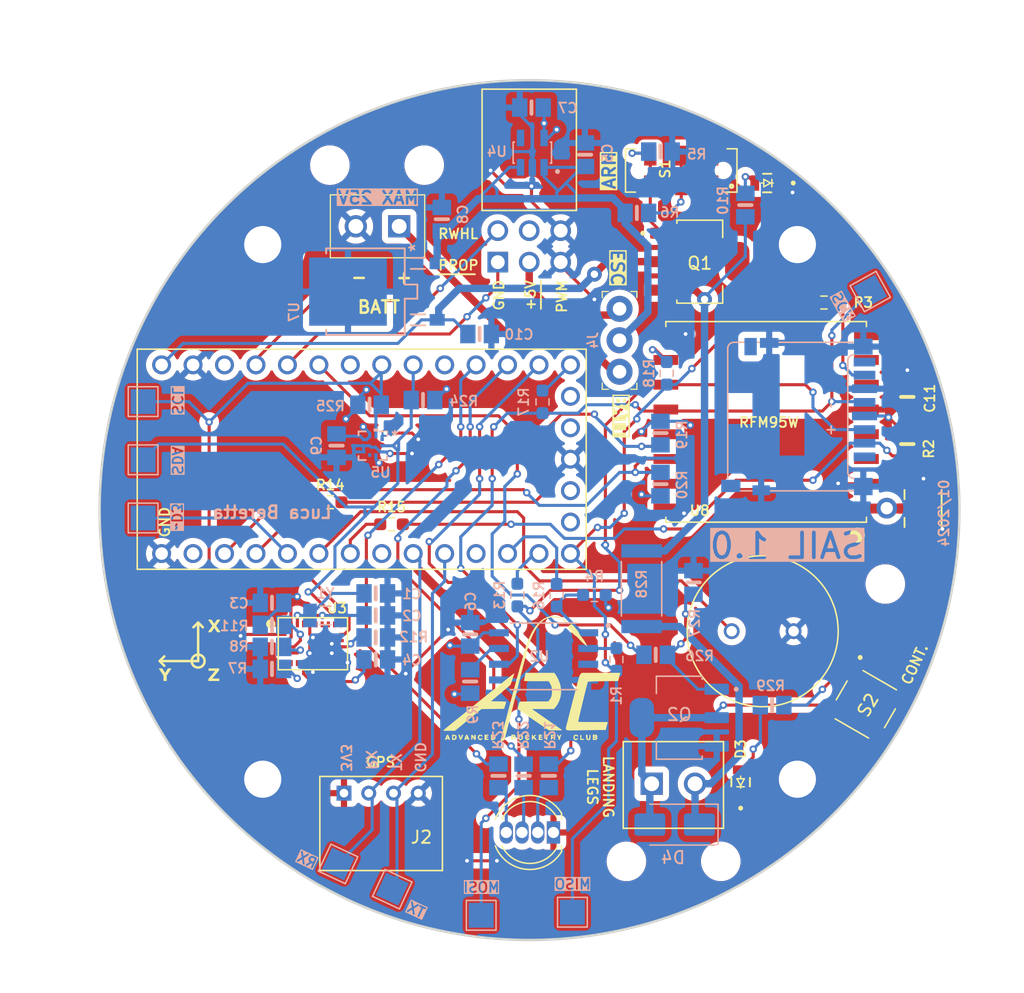
<source format=kicad_pcb>
(kicad_pcb (version 20221018) (generator pcbnew)
  (layers (0 "F.Cu" signal) (31 "B.Cu" signal) (34 "B.Paste" user) (35 "F.Paste" user) (36 "B.SilkS" user "B.Silkscreen") (37 "F.SilkS" user "F.Silkscreen") (38 "B.Mask" user) (39 "F.Mask" user) (44 "Edge.Cuts" user))
  (net 0 "")
  (net 1 "/BUZZER")
  (net 2 "Net-(U3-XIN32)")
  (net 3 "Net-(U3-XOUT32)")
  (net 4 "+3.3V")
  (net 5 "Net-(U3-CAP)")
  (net 6 "/SDA")
  (net 7 "/SCL")
  (net 8 "/MISO")
  (net 9 "/MOSI")
  (net 10 "/SCK")
  (net 11 "/PY1")
  (net 12 "/LEDRED")
  (net 13 "/LEDBLU")
  (net 14 "/LEDGRN")
  (net 15 "/FLASH-CS")
  (net 16 "/RADIO_RST")
  (net 17 "/RADIO-CS")
  (net 18 "/TX")
  (net 19 "/RX")
  (net 20 "Net-(D1-A)")
  (net 21 "Net-(D2-GRN)")
  (net 22 "Net-(D2-BLU)")
  (net 23 "Net-(U3-PS0)")
  (net 24 "Net-(U3-PS1)")
  (net 25 "Net-(U2-HOLD(IO3))")
  (net 26 "Net-(U3-COM3{slash}I2C_ADDR)")
  (net 27 "Net-(U3-NBOOT_LOAD_PIN)")
  (net 29 "/RWHEEL_IN")
  (net 30 "/PROP_IN")
  (net 39 "/3")
  (net 40 "/SD-CS")
  (net 41 "GND")
  (net 42 "+5V")
  (net 43 "Net-(D2-RED)")
  (net 44 "/ARM")
  (net 45 "VCC")
  (net 46 "Net-(S1-2__1)")
  (net 49 "/BATT")
  (net 50 "/+5V_ESC")
  (net 52 "/ARM_SIGNAL")
  (net 53 "Net-(D3-A)")
  (net 54 "Net-(D4-A)")
  (net 55 "Net-(Q2-Pad1)")
  (net 56 "Net-(U8-ANT)")
  (net 74 "Net-(U8-MISO)")
  (net 75 "Net-(U6-~11{slash}MOSI)")
  (net 76 "Net-(U6-~13{slash}SCK)")
  (net 77 "Net-(U6-~10{slash}CS)")
  (net 78 "Net-(U6-~5)")
  (net 79 "Net-(U6-~2)")
  (net 80 "Net-(U2-DO(IO1))")
  (net 81 "Net-(D4-K)")
  (net 82 "Net-(R3-Pad2)")
  (net 83 "Net-(R29-Pad1)")
  (footprint "CustomFootprintLib:0805-NO-Resistor" (layer "F.Cu") (at 133.731 51.562 90)
    (fp_text reference "R2")
    (fp_text value "10k")
  )
  (footprint "CustomFootprintLib:RFMHCW_SMT" (layer "F.Cu") (at 122.329 49.769)
    (fp_text reference "U8")
    (fp_text value "RFM95W")
  )
  (footprint "CustomFootprintLib:MountingHole_2.7mm_M2.5_ZIPTIE" (layer "F.Cu") (at 118.664129 85.263012)
    (fp_text reference "H9" hide)
    (fp_text value "LEG")
  )
  (footprint "CustomFootprintLib:MountingHole_2.7mm_M2.5_ZIPTIE" (layer "F.Cu") (at 131.953 62.865)
    (fp_text reference "H3" hide)
    (fp_text value "RFM")
  )
  (footprint "CustomFootprintLib:BUK98150-55ACUF" (layer "F.Cu") (at 116.9705 36.83)
    (fp_text reference "Q1")
    (fp_text value "BUK98150-55A_CUF")
  )
  (footprint "CustomFootprintLib:0805-NO (Capacitor)" (layer "F.Cu") (at 133.731 47.752 -90)
    (fp_text reference "C11")
    (fp_text value "10uF")
  )
  (footprint "CustomFootprintLib:R_0603_1608Metric_Pad0.98x0.95mm_HandSolder" (layer "F.Cu") (at 92.075 58.039)
    (fp_text reference "R15")
    (fp_text value "10")
  )
  (footprint "CustomFootprintLib:LED0805N_CML_(CMD17-21VRDTR8)" (layer "F.Cu") (at 122.4153 30.48 180)
    (fp_text reference "D1" hide)
    (fp_text value "ARM")
  )
  (footprint "CustomFootprintLib:AMPHENOL_78207-106HLF" (layer "F.Cu") (at 103.195 35.598 180)
    (fp_text reference "J1" hide)
    (fp_text value "78207-106HLF (HEADER 6POS)")
  )
  (footprint "CustomFootprintLib:1X01_ROUND" (layer "F.Cu") (at 132.070591 56.741)
    (fp_text reference "JP1" hide)
    (fp_text value "HEADER-1X1ROUND")
  )
  (footprint "MountingHole:MountingHole_3mm_Pad" (layer "F.Cu") (at 81.672 35.449274)
    (fp_text reference "H4" hide)
    (fp_text value "MountingHole_Pad")
  )
  (footprint "CustomFootprintLib:LED_D5.0mm-4_RGB" (layer "F.Cu") (at 105.151 82.931 180)
    (fp_text reference "D2" hide)
    (fp_text value "TRI-COLOR LED" hide)
  )
  (footprint "CustomFootprintLib:SW_JS102011JAQN" (layer "F.Cu") (at 115.472 29.464 180)
    (fp_text reference "S1")
    (fp_text value "JS102011JAQN")
  )
  (footprint "CustomFootprintLib:LED0805N_CML_(CMD17-21VRDTR8)" (layer "F.Cu") (at 120.269 78.867 90)
    (fp_text reference "D3")
    (fp_text value "CONTINUITY")
  )
  (footprint "CustomFootprintLib:SW_TL3315NF100Q" (layer "F.Cu") (at 130.379505 72.581016 -30)
    (fp_text reference "S2")
    (fp_text value "TL3315NF100Q")
  )
  (footprint "CustomFootprintLib:MountingHole_2.7mm_M2.5_ZIPTIE" (layer "F.Cu") (at 111.04413 85.263011)
    (fp_text reference "H8" hide)
    (fp_text value "LEG")
  )
  (footprint "MountingHole:MountingHole_3mm_Pad" (layer "F.Cu") (at 124.852 78.629274)
    (fp_text reference "H7" hide)
    (fp_text value "MountingHole_Pad" hide)
  )
  (footprint "MountingHole:MountingHole_3mm_Pad" (layer "F.Cu") (at 81.672 78.629274)
    (fp_text reference "H6" hide)
    (fp_text value "MountingHole_Pad" hide)
  )
  (footprint "CustomFootprintLib:MODULE_DEV-15583" (layer "F.Cu") (at 90.015 52.785 90)
    (fp_text reference "U6" hide)
    (fp_text value "DEV-15583")
  )
  (footprint "CustomFootprintLib:BUZZER_XDCR_PS1240P02BT" (layer "F.Cu") (at 122.047 66.675)
    (fp_text reference "BZ1" hide)
    (fp_text value "PS1240P02BT" hide)
  )
  (footprint "CustomFootprintLib:CONN1_UFL-R_HIR" (layer "F.Cu") (at 134.595591 56.769 -90)
    (fp_text reference "J3" hide)
    (fp_text value "U.FL-R-SMT-1_10_" hide)
  )
  (footprint "CustomFootprintLib:TERMBLOCK_OSTTE020104_3_5MM" (layer "F.Cu") (at 90.940784 33.976635 180)
    (fp_text reference "P1" hide)
    (fp_text value "OSTTE020104")
  )
  (footprint "CustomFootprintLib:MountingHole_2.7mm_M2.5_ZIPTIE" (layer "F.Cu") (at 87.094825 29.035045 180)
    (fp_text reference "H1" hide)
    (fp_text value "BATT")
  )
  (footprint "CustomFootprintLib:MountingHole_2.7mm_M2.5_ZIPTIE" (layer "F.Cu") (at 94.714827 29.035045 180)
    (fp_text reference "H2" hide)
    (fp_text value "BATT")
  )
  (footprint "CustomFootprintLib:BNO055_SMT" (layer "F.Cu") (at 85.721 67.687)
    (fp_text reference "U3")
    (fp_text value "BNO055")
  )
  (footprint "MountingHole:MountingHole_3mm_Pad" (layer "F.Cu") (at 124.852 35.449274)
    (fp_text reference "H5" hide)
    (fp_text value "MountingHole_Pad" hide)
  )
  (footprint "Graphics:ARC_logo_black_15mm" (layer "F.Cu") (at 103.251 71.054741)
    (fp_text reference "G***" hide)
    (fp_text value "LOGO" hide)
  )
  (footprint "CustomFootprintLib:TERMBLOCK_OSTTE020104_3_5MM" (layer "F.Cu") (at 114.836 78.994)
    (fp_text reference "P2" hide)
    (fp_text value "OSTTE020104")
  )
  (footprint "CustomFootprintLib:JST_S4B-PH-K-S_LF__SN_" (layer "F.Cu") (at 91.234 79.756)
    (fp_text reference "J2")
    (fp_text value "S4B-PH-K-S_LF__SN_")
  )
  (footprint "CustomFootprintLib:R_0603_1608Metric_Pad0.98x0.95mm_HandSolder" (layer "F.Cu") (at 127 40.132)
    (fp_text reference "R3")
    (fp_text value "10")
  )
  (footprint "digikey-footprints:PinHeader_1x3_P2.54_Drill1.1mm" (layer "F.Cu") (at 110.49 40.64 -90)
    (fp_text reference "J4")
    (fp_text value "PH1-03-UA")
  )
  (footprint "CustomFootprintLib:R_0603_1608Metric_Pad0.98x0.95mm_HandSolder" (layer "F.Cu") (at 87.122 56.261)
    (fp_text reference "R14")
    (fp_text value "10")
  )
  (footprint "CustomFootprintLib:0805-NO-Resistor" (layer "B.Cu") (at 94.615 48.006)
    (fp_text reference "R24")
    (fp_text value "10k" hide)
  )
  (footprint "CustomFootprintLib:0805-NO-Resistor" (layer "B.Cu") (at 113.792 50.673 90)
    (fp_text reference "R19")
    (fp_text value "10k")
  )
  (footprint "CustomFootprintLib:0805-NO (Capacitor)" (layer "B.Cu") (at 96.139 33.401 -90)
    (fp_text reference "C8")
    (fp_text value "0.33uF")
  )
  (footprint "CustomFootprintLib:SOT95P285X140-5N" (layer "B.Cu") (at 103.444 28.025 90)
    (fp_text reference "U4")
    (fp_text value "AP2112K-3.3TRG1")
  )
  (footprint "CustomFootprintLib:0805-NO (Capacitor)" (layer "B.Cu") (at 107.696 28.194 90)
    (fp_text reference "C5")
    (fp_text value "1uF")
  )
  (footprint "CustomFootprintLib:0805-NO-Resistor" (layer "B.Cu") (at 113.411 68.58)
    (fp_text reference "R26")
    (fp_text value "1000")
  )
  (footprint "CustomFootprintLib:W25Q64JVSSIQ" (layer "B.Cu") (at 104.354 68.707 180)
    (fp_text reference "U2")
    (fp_text value "W25Q64JVSSIQ" hide)
  )
  (footprint "CustomFootprintLib:0805-NO-Resistor" (layer "B.Cu") (at 90.801 67.179 180)
    (fp_text reference "R12")
    (fp_text value "10k" hide)
  )
  (footprint "CustomFootprintLib:MICROSD-HRS_DM3D" (layer "B.Cu") (at 119.225 49.941 -90)
    (fp_text reference "U1" hide)
    (fp_text value "MICROSD-HRS_DM3D" hide)
  )
  (footprint "CustomFootprintLib:0805-NO (Capacitor)" (layer "B.Cu") (at 98.425 66.929 90)
    (fp_text reference "C6")
    (fp_text value "22pF" hide)
  )
  (footprint "CustomFootprintLib:0805-NO-Resistor" (layer "B.Cu") (at 122.809 72.644 180)
    (fp_text reference "R29")
    (fp_text value "130")
  )
  (footprint "TestPoint:TestPoint_Pad_2.0x2.0mm" (layer "B.Cu") (at 92.130841 87.510556 -115)
    (fp_text reference "TP4" hide)
    (fp_text value "TestPoint")
  )
  (footprint "CustomFootprintLib:LGA10_BMP390_BOS" (layer "B.Cu") (at 90.5637 51.696874 180)
    (fp_text reference "U5")
    (fp_text value "BMP390" hide)
  )
  (footprint "TestPoint:TestPoint_Pad_2.0x2.0mm" (layer "B.Cu") (at 99.314 89.619036 180)
    (fp_text reference "TP5" hide)
    (fp_text value "TestPoint")
  )
  (footprint "TestPoint:TestPoint_Pad_2.0x2.0mm" (layer "B.Cu") (at 72.009 52.832 -90)
    (fp_text reference "TP1" hide)
    (fp_text value "TestPoint")
  )
  (footprint "CustomFootprintLib:0805-NO-Resistor" (layer "B.Cu") (at 98.425 70.739 -90)
    (fp_text reference "R9")
    (fp_text value "470" hide)
  )
  (footprint "TestPoint:TestPoint_Pad_2.0x2.0mm" (layer "B.Cu") (at 72.009 57.531 90)
    (fp_text reference "TP8" hide)
    (fp_text value "TestPoint" hide)
  )
  (footprint "CustomFootprintLib:0805-NO-Resistor" (layer "B.Cu") (at 82.419 67.941)
    (fp_text reference "R8")
    (fp_text value "10k" hide)
  )
  (footprint "CustomFootprintLib:0805-NO-Resistor" (layer "B.Cu") (at 82.419 69.719 180)
    (fp_text reference "R7")
    (fp_text value "10k" hide)
  )
  (footprint "CustomFootprintLib:R_0603_1608Metric_Pad0.98x0.95mm_HandSolder" (layer "B.Cu") (at 110.236 68.961 -90)
    (fp_text reference "R1")
    (fp_text value "10")
  )
  (footprint "CustomFootprintLib:0805-NO-Resistor" (layer "B.Cu") (at 90.297 48.387 180)
    (fp_text reference "R25")
    (fp_text value "10k" hide)
  )
  (footprint "TestPoint:TestPoint_Pad_2.0x2.0mm" (layer "B.Cu") (at 130.733012 39.243 -61)
    (fp_text reference "TP7" hide)
    (fp_text value "TestPoint")
  )
  (footprint "CustomFootprintLib:RESC6331X65N" (layer "B.Cu") (at 112.268 63.246 -90)
    (fp_text reference "R28")
    (fp_text value "4.3")
  )
  (footprint "CustomFootprintLib:0805-NO-Resistor" (layer "B.Cu") (at 113.792 54.798 -90)
    (fp_text reference "R20")
    (fp_text value "10k")
  )
  (footprint "CustomFootprintLib:BUK98150-55ACUF" (layer "B.Cu") (at 115.3125 73.66 180)
    (fp_text reference "Q2")
    (fp_text value "BUK98150-55A")
  )
  (footprint "CustomFootprintLib:R_0603_1608Metric_Pad0.98x0.95mm_HandSolder" (layer "B.Cu") (at 105.41 63.7775 -90)
    (fp_text reference "R16")
    (fp_text value "10")
  )
  (footprint "CustomFootprintLib:0805-NO-Resistor" (layer "B.Cu") (at 100.711 78.359 -90)
    (fp_text reference "R23")
    (fp_text value "5")
  )
  (footprint "Resistor_SMD:R_0603_1608Metric_Pad0.98x0.95mm_HandSolder" (layer "B.Cu") (at 108.458 63.754)
    (fp_text reference "R4")
    (fp_text value "10k")
  )
  (footprint "CustomFootprintLib:0805-NO (Capacitor)" (layer "B.Cu") (at 90.801 63.623 180)
    (fp_text reference "C1")
    (fp_text value "22pF")
  )
  (footprint "CustomFootprintLib:R_0603_1608Metric_Pad0.98x0.95mm_HandSolder" (layer "B.Cu") (at 104.267 48.1565 90)
    (fp_text reference "R17")
    (fp_text value "10")
  )
  (footprint "CustomFootprintLib:0805-NO-Resistor" (layer "B.Cu") (at 111.887 32.893)
    (fp_text reference "R6")
    (fp_text value "1k")
  )
  (footprint "CustomFootprintLib:0805-NO-Resistor" (layer "B.Cu") (at 116.459 62.738 -90)
    (fp_text reference "R27")
    (fp_text value "470")
  )
  (footprint "Diode_SMD:D_SMA" (layer "B.Cu") (at 114.935 82.296 180)
    (fp_text reference "D4")
    (fp_text value "US1M")
  )
  (footprint "CustomFootprintLib:0805-NO (Capacitor)" (layer "B.Cu") (at 103.378 24.384 180)
    (fp_text reference "C7")
    (fp_text value "1uF")
  )
  (footprint "CustomFootprintLib:0805-NO-Resistor" (layer "B.Cu") (at 104.775 78.359 -90)
    (fp_text reference "R21")
    (fp_text value "75")
  )
  (footprint "TestPoint:TestPoint_Pad_2.0x2.0mm" (layer "B.Cu") (at 72.009 48.133 -90)
    (fp_text reference "TP2" hide)
    (fp_text value "TestPoint")
  )
  (footprint "CustomFootprintLib:R_0603_1608Metric_Pad0.98x0.95mm_HandSolder" (layer "B.Cu") (at 102.235 63.754 -90)
    (fp_text reference "R13")
    (fp_text value "10")
  )
  (footprint "CustomFootprintLib:0805-NO-Resistor" (layer "B.Cu") (at 102.743 78.359 -90)
    (fp_text reference "R22")
    (fp_text value "5")
  )
  (footprint "TestPoint:TestPoint_Pad_2.0x2.0mm" (layer "B.Cu") (at 106.68 89.369036 180)
    (fp_text reference "TP6" hide)
    (fp_text value "TestPoint")
  )
  (footprint "CustomFootprintLib:0805-NO-Resistor" (layer "B.Cu") (at 82.419 66.163)
    (fp_text reference "R11")
    (fp_text value "10k")
  )
  (footprint "CustomFootprintLib:0805-NO-Resistor" (layer "B.Cu") (at 113.792 27.94 180)
    (fp_text reference "R5")
    (fp_text value "470")
  )
  (footprint "CustomFootprintLib:CRYSTAL_ECS-.327-12.5-34B-TR" (layer "B.Cu") (at 86.737 65.401 180)
    (fp_text reference "Y1")
    (fp_text value "32.768kHz" hide)
  )
  (footprint "CustomFootprintLib:0805-NO (Capacitor)" (layer "B.Cu") (at 90.801 65.401 180)
    (fp_text reference "C2")
    (fp_text value "22pF" hide)
  )
  (footprint "TestPoint:TestPoint_Pad_2.0x2.0mm" (layer "B.Cu") (at 87.757 85.471 -115)
    (fp_text reference "TP3" hide)
    (fp_text value "TestPoint")
  )
  (footprint "CustomFootprintLib:0805-NO (Capacitor)" (layer "B.Cu") (at 99.187 42.672 180)
    (fp_text reference "C10")
    (fp_text value "0.1uF")
  )
  (footprint "CustomFootprintLib:0805-NO (Capacitor)" (layer "B.Cu") (at 87.63 51.689 90)
    (fp_text reference "C9")
    (fp_text value "0.1uF" hide)
  )
  (footprint "CustomFootprintLib:0805-NO (Capacitor)" (layer "B.Cu") (at 90.801 68.957 180)
    (fp_text reference "C4")
    (fp_text value "1uF" hide)
  )
  (footprint "CustomFootprintLib:0805-NO-Resistor" (layer "B.Cu") (at 120.65 32.258 90)
    (fp_text reference "R10")
    (fp_text value "150")
  )
  (footprint "CustomFootprintLib:0805-NO (Capacitor)" (layer "B.Cu") (at 82.419 64.385)
    (fp_text reference "C3")
    (fp_text value "0.1uF" hide)
  )
  (footprint "CustomFootprintLib:TO-252-3-L1_NMD" (layer "B.Cu") (at 89.9668 39.248999 -90)
    (fp_text reference "U7")
    (fp_text value "NJM7805SDL1-TE1")
  )
  (footprint "CustomFootprintLib:R_0603_1608Metric_Pad0.98x0.95mm_HandSolder" (layer "B.Cu") (at 114.3 45.847 -90)
    (fp_text reference "R18")
    (fp_text value "10")
  )
  (gr_circle (center 76.454 69.088) (end 76.962 69.215) (stroke (width 0.2)) (fill none) (layer "F.SilkS"))
  (gr_line (start 76.454 69.088) (end 73.533 69.088) (stroke (width 0.2)) (layer "F.SilkS"))
  (gr_line (start 76.454 65.9765) (end 76.835 66.3575) (stroke (width 0.2)) (layer "F.SilkS"))
  (gr_line (start 73.3425 69.088) (end 73.7235 69.469) (stroke (width 0.2)) (layer "F.SilkS"))
  (gr_line (start 104.14 38.354) (end 104.14 40.64) (stroke (width 0.15)) (layer "F.SilkS"))
  (gr_line (start 95.885 37.846) (end 98.806 37.846) (stroke (width 0.15)) (layer "F.SilkS"))
  (gr_line (start 76.073 66.3575) (end 76.454 65.9765) (stroke (width 0.2)) (layer "F.SilkS"))
  (gr_line (start 76.454 66.167) (end 76.454 69.088) (stroke (width 0.2)) (layer "F.SilkS"))
  (gr_line (start 73.3425 69.088) (end 73.7235 68.707) (stroke (width 0.2)) (layer "F.SilkS"))
  (gr_circle (center 103.217806 56.896) (end 137.922 57.912) (stroke (width 0.2)) (fill none) (layer "Edge.Cuts"))
  (gr_text "SCL" (at 74.295 46.863 -90) (layer "B.SilkS" knockout) (effects (font (size 0.8 0.8) (thickness 0.15) bold) (justify right bottom mirror)))
  (gr_text "MISO" (at 105.156 87.591036) (layer "B.SilkS" knockout) (effects (font (size 0.8 0.8) (thickness 0.15) bold) (justify right bottom mirror)))
  (gr_text "RX" (at 84.256841 85.224557 -25) (layer "B.SilkS" knockout) (effects (font (size 0.8 0.8) (thickness 0.15) bold) (justify right bottom mirror)))
  (gr_text "SDA" (at 74.295 51.689 -90) (layer "B.SilkS" knockout) (effects (font (size 0.8 0.8) (thickness 0.15) bold) (justify right bottom mirror)))
  (gr_text "MOSI" (at 97.79 87.841036) (layer "B.SilkS" knockout) (effects (font (size 0.8 0.8) (thickness 0.15) bold) (justify right bottom mirror)))
  (gr_text "TX" (at 93.146841 89.288557 -25) (layer "B.SilkS" knockout) (effects (font (size 0.8 0.8) (thickness 0.15) bold) (justify right bottom mirror)))
  (gr_text "RX" (at 89.952505 76.2 -90) (layer "B.SilkS") (effects (font (size 0.8 0.8) (thickness 0.15) bold) (justify right bottom mirror)))
  (gr_text "MAX 25V" (at 87.63 32.258) (layer "B.SilkS" knockout) (effects (font (size 1 1) (thickness 0.2) bold) (justify right bottom mirror)))
  (gr_text "SAIL 1.0" (at 117.602 60.96) (layer "B.SilkS" knockout) (effects (font (size 2 2) (thickness 0.3)) (justify right bottom mirror)))
  (gr_text "TX" (at 91.952506 76.454001 -90) (layer "B.SilkS") (effects (font (size 0.8 0.8) (thickness 0.15) bold) (justify right bottom mirror)))
  (gr_text "GND" (at 93.909225 75.541569 -90) (layer "B.SilkS") (effects (font (size 0.8 0.8) (thickness 0.15) bold) (justify right bottom mirror)))
  (gr_text "SCK" (at 129.571492 41.3389 119) (layer "B.SilkS" knockout) (effects (font (size 0.8 0.8) (thickness 0.15) bold) (justify right bottom mirror)))
  (gr_text "3V3" (at 87.920506 75.692002 -90) (layer "B.SilkS") (effects (font (size 0.8 0.8) (thickness 0.15) bold) (justify right bottom mirror)))
  (gr_text "01/2024" (at 137.16 59.944 90) (layer "B.SilkS") (effects (font (size 0.8 0.8) (thickness 0.15) bold) (justify right bottom mirror)))
  (gr_text "Luca Beretta" (at 77.47 57.658) (layer "B.SilkS") (effects (font (size 1 1) (thickness 0.2) bold) (justify right bottom mirror)))
  (gr_text "~D3" (at 74.2442 56.261 270) (layer "B.SilkS" knockout) (effects (font (size 0.8 0.8) (thickness 0.15) bold) (justify right bottom mirror)))
  (gr_text "+5V" (at 103.759 38.226999 90) (layer "F.SilkS") (effects (font (size 0.8 0.8) (thickness 0.15) bold) (justify right bottom)))
  (gr_text "RWHL" (at 95.758 35.052) (layer "F.SilkS") (effects (font (size 0.8 0.8) (thickness 0.15) bold) (justify left bottom)))
  (gr_text "ESC" (at 109.728 38.862 -90) (layer "F.SilkS" knockout) (effects (font (size 1 1) (thickness 0.2) bold) (justify right bottom)))
  (gr_text "BATT" (at 91.050823 40.498618) (layer "F.SilkS") (effects (font (size 1 1) (thickness 0.2) bold)))
  (gr_text "LANDING\nLEGS" (at 107.823 79.248 -90) (layer "F.SilkS") (effects (font (size 0.8 0.8) (thickness 0.15) bold) (justify bottom)))
  (gr_text "GND" (at 101.219001 38.227001 90) (layer "F.SilkS") (effects (font (size 0.8 0.8) (thickness 0.15) bold) (justify right bottom)))
  (gr_text "PROP" (at 95.758 37.592) (layer "F.SilkS") (effects (font (size 0.8 0.8)) (justify left bottom)))
  (gr_text "PWM" (at 106.299 38.227 90) (layer "F.SilkS") (effects (font (size 0.8 0.8) (thickness 0.15) bold) (justify right bottom)))
  (gr_text "X" (at 77.216 66.929) (layer "F.SilkS") (effects (font (size 1 1) (thickness 0.15) bold) (justify left bottom)))
  (gr_text "Y" (at 73.279 70.866) (layer "F.SilkS") (effects (font (size 1 1) (thickness 0.15) bold) (justify left bottom)))
  (gr_text "GPS" (at 91.186 77.724) (layer "F.SilkS") (effects (font (size 0.8 0.8) (thickness 0.15) bold) (justify bottom)))
  (gr_text "-" (at 89.4543 38.212728 180) (layer "F.SilkS") (effects (font (size 1 1) (thickness 0.2) bold)))
  (gr_text "BATT" (at 109.982 51.054 -90) (layer "F.SilkS" knockout) (effects (font (size 1 1) (thickness 0.2) bold) (justify right bottom)))
  (gr_text "ARM" (at 110.236 27.813 90) (layer "F.SilkS" knockout) (effects (font (size 1 1) (thickness 0.2) bold) (justify right bottom)))
  (gr_text "+\n" (at 93.091 38.227 180) (layer "F.SilkS") (effects (font (size 1 1) (thickness 0.2) bold)))
  (gr_text "Z" (at 77.216 70.866) (layer "F.SilkS") (effects (font (size 1 1) (thickness 0.15) bold) (justify left bottom)))
  (gr_text "CONT." (at 134.326873 69.342 65) (layer "F.SilkS") (effects (font (size 0.8 0.8))))
  (segment (start 104.013 62.611) (end 102.743 61.341) (width 0.25) (layer "F.Cu") (net 1))
  (segment (start 119.547 66.675) (end 115.483 62.611) (width 0.25) (layer "F.Cu") (net 1))
  (segment (start 115.483 62.611) (end 104.013 62.611) (width 0.25) (layer "F.Cu") (net 1))
  (segment (start 102.743 61.341) (end 102.743 57.531) (width 0.25) (layer "F.Cu") (net 1))
  (segment (start 102.743 57.531) (end 102.235 57.023) (width 0.25) (layer "F.Cu") (net 1))
  (segment (start 89.587 57.023) (end 86.205 60.405) (width 0.25) (layer "F.Cu") (net 1))
  (segment (start 102.235 57.023) (end 89.587 57.023) (width 0.25) (layer "F.Cu") (net 1))
  (segment (start 84.471 66.1245) (end 84.471 65.405004) (width 0.25) (layer "F.Cu") (net 2))
  (via (at 84.471 65.405004) (size 0.6) (drill 0.3) (layers "F.Cu" "B.Cu") (net 2))
  (segment (start 87.265 63.623) (end 85.487 65.401) (width 0.25) (layer "B.Cu") (net 2))
  (segment (start 84.475004 65.401) (end 84.471 65.405004) (width 0.25) (layer "B.Cu") (net 2))
  (segment (start 85.487 65.401) (end 84.475004 65.401) (width 0.25) (layer "B.Cu") (net 2))
  (segment (start 89.851 63.623) (end 87.265 63.623) (width 0.25) (layer "B.Cu") (net 2))
  (segment (start 85.471 65.405) (end 84.971 65.905) (width 0.25) (layer "F.Cu") (net 3))
  (segment (start 84.971 65.905) (end 84.971 66.1245) (width 0.25) (layer "F.Cu") (net 3))
  (segment (start 86.487 65.405) (end 85.471 65.405) (width 0.25) (layer "F.Cu") (net 3))
  (via (at 86.487 65.405) (size 0.6) (drill 0.3) (layers "F.Cu" "B.Cu") (net 3))
  (segment (start 86.491 65.401) (end 87.987 65.401) (width 0.25) (layer "B.Cu") (net 3))
  (segment (start 87.987 65.401) (end 89.851 65.401) (width 0.25) (layer "B.Cu") (net 3))
  (segment (start 86.487 65.405) (end 86.491 65.401) (width 0.25) (layer "B.Cu") (net 3))
  (segment (start 83.4085 67.437) (end 83.693 67.437) (width 0.25) (layer "F.Cu") (net 4))
  (segment (start 133.416 50.612) (end 133.731 50.612) (width 0.25) (layer "F.Cu") (net 4))
  (segment (start 83.693 67.437) (end 83.971 67.159) (width 0.25) (layer "F.Cu") (net 4))
  (segment (start 133.731 50.612) (end 133.731 50.358) (width 0.25) (layer "F.Cu") (net 4))
  (segment (start 133.477 48.702) (end 133.731 48.448) (width 0.25) (layer "F.Cu") (net 4))
  (segment (start 83.946 66.0995) (end 83.946 64.39) (width 0.25) (layer "F.Cu") (net 4))
  (segment (start 83.971 66.1245) (end 83.946 66.0995) (width 0.25) (layer "F.Cu") (net 4))
  (segment (start 132.207 49.403) (end 132.908 48.702) (width 0.25) (layer "F.Cu") (net 4))
  (segment (start 132.207 49.403) (end 133.416 50.612) (width 0.25) (layer "F.Cu") (net 4))
  (segment (start 132.908 48.702) (end 133.477 48.702) (width 0.25) (layer "F.Cu") (net 4))
  (segment (start 83.946 64.39) (end 84.455 63.881) (width 0.25) (layer "F.Cu") (net 4))
  (segment (start 83.971 67.159) (end 83.971 66.1245) (width 0.25) (layer "F.Cu") (net 4))
  (via (at 84.455 63.881) (size 0.6) (drill 0.3) (layers "F.Cu" "B.Cu") (net 4))
  (via (at 116.205 50.038) (size 0.6) (drill 0.3) (layers "F.Cu" "B.Cu") (net 4))
  (via (at 96.7905 67.818) (size 0.6) (drill 0.3) (layers "F.Cu" "B.Cu") (net 4))
  (via (at 91.059 53.079498) (size 0.6) (drill 0.3) (layers "F.Cu" "B.Cu") (net 4))
  (via (at 104.394 25.654) (size 0.6) (drill 0.3) (layers "F.Cu" "B.Cu") (net 4))
  (via (at 96.52 47.117) (size 0.6) (drill 0.3) (layers "F.Cu" "B.Cu") (net 4))
  (via (at 112.268 50.546) (size 0.6) (drill 0.3) (layers "F.Cu" "B.Cu") (net 4))
  (via (at 89.789 50.165) (size 0.6) (drill 0.3) (layers "F.Cu" "B.Cu") (net 4))
  (via (at 88.392 49.53) (size 0.6) (drill 0.3) (layers "F.Cu" "B.Cu") (net 4))
  (via (at 132.207 49.403) (size 0.6) (drill 0.3) (layers "F.Cu" "B.Cu") (net 4))
  (via (at 90.043 47.1745) (size 0.6) (drill 0.3) (layers "F.Cu" "B.Cu") (net 4))
  (via (at 109.601 64.77) (size 0.6) (drill 0.3) (layers "F.Cu" "B.Cu") (net 4))
  (via (at 112.268 55.626) (size 0.6) (drill 0.3) (layers "F.Cu" "B.Cu") (net 4))
  (via (at 97.155 71.755) (size 0.6) (drill 0.3) (layers "F.Cu" "B.Cu") (net 4))
  (via (at 105.41 26.162) (size 0.6) (drill 0.3) (layers "F.Cu" "B.Cu") (net 4))
  (segment (start 132.095 49.291) (end 130.275 49.291) (width 0.25) (layer "B.Cu") (net 4))
  (segment (start 90.313637 50.689637) (end 90.313637 50.947574) (width 0.25) (layer "B.Cu") (net 4))
  (segment (start 132.207 49.403) (end 132.095 49.291) (width 0.25) (layer "B.Cu") (net 4))
  (segment (start 104.732 26.84) (end 105.41 26.162) (width 0.25) (layer "B.Cu") (net 4))
  (segment (start 90.064463 51.196748) (end 90.313637 50.947574) (width 0.25) (layer "B.Cu") (net 4))
  (segment (start 112.39 55.748) (end 113.792 55.748) (width 0.25) (layer "B.Cu") (net 4))
  (segment (start 99.502 66.802) (end 100.749 66.802) (width 0.25) (layer "B.Cu") (net 4))
  (segment (start 89.544652 50.927) (end 87.818 50.927) (width 0.25) (layer "B.Cu") (net 4))
  (segment (start 96.52 47.117) (end 96.012 47.625) (width 0.25) (layer "B.Cu") (net 4))
  (segment (start 90.813763 52.834261) (end 91.059 53.079498) (width 0.25) (layer "B.Cu") (net 4))
  (segment (start 96.8515 67.879) (end 98.425 67.879) (width 0.25) (layer "B.Cu") (net 4))
  (segment (start 97.155 71.755) (end 98.359 71.755) (width 0.25) (layer "B.Cu") (net 4))
  (segment (start 89.347 47.8705) (end 90.043 47.1745) (width 0.25) (layer "B.Cu") (net 4))
  (segment (start 96.7905 67.818) (end 96.8515 67.879) (width 0.25) (layer "B.Cu") (net 4))
  (segment (start 89.347 48.387) (end 89.347 47.8705) (width 0.25) (layer "B.Cu") (net 4))
  (segment (start 104.394 25.654) (end 104.394 24.45) (width 0.25) (layer "B.Cu") (net 4))
  (segment (start 81.591 66.163) (end 83.369 64.385) (width 0.25) (layer "B.Cu") (net 4))
  (segment (start 112.268 50.546) (end 112.964 49.85) (width 0.25) (layer "B.Cu") (net 4))
  (segment (start 113.792 49.723) (end 115.89 49.723) (width 0.25) (layer "B.Cu") (net 4))
  (segment (start 89.8144 51.196748) (end 89.544652 50.927) (width 0.25) (layer "B.Cu") (net 4))
  (segment (start 87.818 50.927) (end 87.63 50.739) (width 0.25) (layer "B.Cu") (net 4))
  (segment (start 89.8144 51.196748) (end 90.064463 51.196748) (width 0.25) (layer "B.Cu") (net 4))
  (segment (start 115.89 49.723) (end 116.205 50.038) (width 0.25) (layer "B.Cu") (net 4))
  (segment (start 112.268 55.626) (end 112.39 55.748) (width 0.25) (layer "B.Cu") (net 4))
  (segment (start 109.3705 64.5395) (end 109.601 64.77) (width 0.25) (layer "B.Cu") (net 4))
  (segment (start 84.455 63.881) (end 83.873 63.881) (width 0.25) (layer "B.Cu") (net 4))
  (segment (start 112.964 49.85) (end 113.792 49.85) (width 0.25) (layer "B.Cu") (net 4))
  (segment (start 98.425 67.879) (end 99.502 66.802) (width 0.25) (layer "B.Cu") (net 4))
  (segment (start 104.394 26.84) (end 104.394 25.654) (width 0.25) (layer "B.Cu") (net 4))
  (segment (start 89.789 50.165) (end 90.313637 50.689637) (width 0.25) (layer "B.Cu") (net 4))
  (segment (start 83.873 63.881) (end 83.369 64.385) (width 0.25) (layer "B.Cu") (net 4))
  (segment (start 104.394 26.84) (end 104.732 26.84) (width 0.25) (layer "B.Cu") (net 4))
  (segment (start 109.3705 63.754) (end 109.3705 64.5395) (width 0.25) (layer "B.Cu") (net 4))
  (segment (start 90.813763 52.446174) (end 90.813763 52.834261) (width 0.25) (layer "B.Cu") (net 4))
  (segment (start 88.392 49.53) (end 89.22 48.702) (width 0.25) (layer "B.Cu") (net 4))
  (segment (start 85.598 70.739) (end 84.971 70.112) (width 0.25) (layer "F.Cu") (net 5))
  (segment (start 84.971 70.112) (end 84.971 69.2495) (width 0.25) (layer "F.Cu") (net 5))
  (segment (start 89.154 70.612) (end 89.027 70.739) (width 0.25) (layer "F.Cu") (net 5))
  (segment (start 89.027 70.739) (end 85.598 70.739) (width 0.25) (layer "F.Cu") (net 5))
  (via (at 89.154 70.612) (size 0.6) (drill 0.3) (layers "F.Cu" "B.Cu") (net 5))
  (segment (start 89.851 69.915) (end 89.851 68.957) (width 0.25) (layer "B.Cu") (net 5))
  (segment (start 89.154 70.612) (end 89.851 69.915) (width 0.25) (layer "B.Cu") (net 5))
  (segment (start 85.471 63.5) (end 87.249 65.278) (width 0.25) (layer "F.Cu") (net 6))
  (segment (start 87.249 65.278) (end 87.503 65.278) (width 0.25) (layer "F.Cu") (net 6))
  (segment (start 87.503 65.278) (end 87.971 65.746) (width 0.25) (layer "F.Cu") (net 6))
  (segment (start 87.971 65.746) (end 87.971 66.1245) (width 0.25) (layer "F.Cu") (net 6))
  (segment (start 85.344 63.5) (end 85.471 63.5) (width 0.25) (layer "F.Cu") (net 6))
  (via (at 85.344 63.5) (size 0.6) (drill 0.3) (layers "F.Cu" "B.Cu") (net 6))
  (segment (start 93.825 45.165) (end 93.825 47.465) (width 0.25) (layer "B.Cu") (net 6))
  (segment (start 90.678 56.642) (end 92.583 54.737) (width 0.25) (layer "B.Cu") (net 6))
  (segment (start 88.392 56.642) (end 89.916 56.642) (width 0.25) (layer "B.Cu") (net 6))
  (segment (start 92.6465 51.2445) (end 93.665 50.226) (width 0.25) (layer "B.Cu") (net 6))
  (segment (start 73.279 51.562) (end 83.312 51.562) (width 0.25) (layer "B.Cu") (net 6))
  (segment (start 92.583 52.085748) (end 92.473 51.975748) (width 0.25) (layer "B.Cu") (net 6))
  (segment (start 93.665 50.226) (end 93.665 48.133) (width 0.25) (layer "B.Cu") (net 6))
  (segment (start 72.009 52.832) (end 73.279 51.562) (width 0.25) (layer "B.Cu") (net 6))
  (segment (start 83.312 51.562) (end 88.392 56.642) (width 0.25) (layer "B.Cu") (net 6))
  (segment (start 89.916 56.642) (end 89.916 57.404) (width 0.25) (layer "B.Cu") (net 6))
  (segment (start 87.503 59.817) (end 89.916 57.404) (width 0.25) (layer "B.Cu") (net 6))
  (segment (start 91.313 51.696874) (end 92.194126 51.696874) (width 0.25) (layer "B.Cu") (net 6))
  (segment (start 89.916 57.404) (end 90.678 56.642) (width 0.25) (layer "B.Cu") (net 6))
  (segment (start 85.598 63.5) (end 87.503 61.595) (width 0.25) (layer "B.Cu") (net 6))
  (segment (start 92.583 52.085748) (end 92.6465 52.022248) (width 0.25) (layer "B.Cu") (net 6))
  (segment (start 92.6465 52.022248) (end 92.6465 51.2445) (width 0.25) (layer "B.Cu") (net 6))
  (segment (start 92.583 54.737) (end 92.583 52.085748) (width 0.25) (layer "B.Cu") (net 6))
  (segment (start 87.503 61.595) (end 87.503 59.817) (width 0.25) (layer "B.Cu") (net 6))
  (segment (start 89.916 56.642) (end 90.678 56.642) (width 0.25) (layer "B.Cu") (net 6))
  (segment (start 92.473 51.975748) (end 92.194126 51.696874) (width 0.25) (layer "B.Cu") (net 6))
  (segment (start 85.344 63.5) (end 85.598 63.5) (width 0.25) (layer "B.Cu") (net 6))
  (segment (start 92.194126 51.696874) (end 92.6465 51.2445) (width 0.25) (layer "B.Cu") (net 6))
  (segment (start 85.217 62.357) (end 77.978 62.357) (width 0.25) (layer "F.Cu") (net 7))
  (segment (start 88.257 66.937) (end 88.0335 66.937) (width 0.25) (layer "F.Cu") (net 7))
  (segment (start 88.646 65.532) (end 88.646 66.548) (width 0.25) (layer "F.Cu") (net 7))
  (segment (start 85.217 62.357) (end 85.471 62.357) (width 0.25) (layer "F.Cu") (net 7))
  (segment (start 88.646 66.548) (end 88.257 66.937) (width 0.25) (layer "F.Cu") (net 7))
  (segment (start 77.978 62.357) (end 77.343 61.722) (width 0.25) (layer "F.Cu") (net 7))
  (segment (start 77.343 49.784) (end 77.343 61.722) (width 0.25) (layer "F.Cu") (net 7))
  (segment (start 85.471 62.357) (end 88.646 65.532) (width 0.25) (layer "F.Cu") (net 7))
  (via (at 77.343 49.784) (size 0.6) (drill 0.3) (layers "F.Cu" "B.Cu") (net 7))
  (segment (start 75.692 48.133) (end 72.009 48.133) (width 0.25) (layer "B.Cu") (net 7))
  (segment (start 77.343 49.784) (end 75.692 48.133) (width 0.25) (layer "B.Cu") (net 7))
  (segment (start 90.383 46.65) (end 91.285 45.748) (width 0.25) (layer "B.Cu") (net 7))
  (segment (start 91.247 48.006) (end 91.247 45.203) (width 0.25) (layer "B.Cu") (net 7))
  (segment (start 77.343 49.784) (end 80.477 46.65) (width 0.25) (layer "B.Cu") (net 7))
  (segment (start 90.813763 50.947574) (end 90.813763 48.439237) (width 0.25) (layer "B.Cu") (net 7))
  (segment (start 91.247 47.514) (end 90.383 46.65) (width 0.25) (layer "B.Cu") (net 7))
  (segment (start 80.477 46.65) (end 90.383 46.65) (width 0.25) (layer "B.Cu") (net 7))
  (segment (start 121.666 40.132) (end 116.332 45.466) (width 0.25) (layer "F.Cu") (net 8))
  (segment (start 108.637 58.293) (end 106.525 60.405) (width 0.25) (layer "F.Cu") (net 8))
  (segment (start 110.871 50.546) (end 110.871 57.15) (width 0.25) (layer "F.Cu") (net 8))
  (segment (start 111.887 49.53) (end 110.871 50.546) (width 0.25) (layer "F.Cu") (net 8))
  (segment (start 106.525 60.405) (end 106.986 59.944) (width 0.25) (layer "F.Cu") (net 8))
  (segment (start 109.347 66.929) (end 109.347 69.215) (width 0.25) (layer "F.Cu") (net 8))
  (segment (start 126.0875 40.132) (end 121.666 40.132) (width 0.25) (layer "F.Cu") (net 8))
  (segment (start 108.712 58.293) (end 108.637 58.293) (width 0.25) (layer "F.Cu") (net 8))
  (via (at 108.712 58.293) (size 0.6) (drill 0.3) (layers "F.Cu" "B.Cu") (net 8))
  (via (at 109.347 66.929) (size 0.6) (drill 0.3) (layers "F.Cu" "B.Cu") (net 8))
  (via (at 110.871 57.15) (size 0.6) (drill 0.3) (layers "F.Cu" "B.Cu") (net 8))
  (via (at 109.347 69.215) (size 0.6) (drill 0.3) (layers "F.Cu" "B.Cu") (net 8))
  (via (at 116.332 45.466) (size 0.6) (drill 0.3) (layers "F.Cu" "B.Cu") (net 8))
  (via (at 111.887 49.53) (size 0.6) (drill 0.3) (layers "F.Cu" "B.Cu") (net 8))
  (segment (start 109.601 76.2) (end 109.601 80.518) (width 0.25) (layer "B.Cu") (net 8))
  (segment (start 109.347 66.929) (end 109.347 65.532) (width 0.25) (layer "B.Cu") (net 8))
  (segment (start 108.458 62.338) (end 106.525 60.405) (width 0.25) (layer "B.Cu") (net 8))
  (segment (start 111.887 49.276) (end 111.887 49.53) (width 0.25) (layer "B.Cu") (net 8))
  (segment (start 110.0055 69.8735) (end 109.347 69.215) (width 0.25) (layer "B.Cu") (net 8))
  (segment (start 116.332 45.466) (end 115.0385 46.7595) (width 0.25) (layer "B.Cu") (net 8))
  (segment (start 106.68 83.439) (end 106.68 89.369036) (width 0.25) (layer "B.Cu") (net 8))
  (segment (start 114.3 46.863) (end 112.395 48.768) (width 0.25) (layer "B.Cu") (net 8))
  (segment (start 115.0385 46.7595) (end 114.3 46.7595) (width 0.25) (layer "B.Cu") (net 8))
  (segment (start 112.395 48.768) (end 111.887 49.276) (width 0.25) (layer "B.Cu") (net 8))
  (segment (start 110.236 75.565) (end 109.601 76.2) (width 0.25) (layer "B.Cu") (net 8))
  (segment (start 109.347 65.532) (end 108.458 64.643) (width 0.25) (layer "B.Cu") (net 8))
  (segment (start 109.601 80.518) (end 106.68 83.439) (width 0.25) (layer "B.Cu") (net 8))
  (segment (start 114.3 46.7595) (end 114.3 46.863) (width 0.25) (layer "B.Cu") (net 8))
  (segment (start 110.236 69.8735) (end 110.0055 69.8735) (width 0.25) (layer "B.Cu") (net 8))
  (segment (start 110.236 69.8735) (end 110.236 75.565) (width 0.25) (layer "B.Cu") (net 8))
  (segment (start 109.728 58.293) (end 110.871 57.15) (width 0.25) (layer "B.Cu") (net 8))
  (segment (start 108.458 64.643) (end 108.458 62.338) (width 0.25) (layer "B.Cu") (net 8))
  (segment (start 108.712 58.293) (end 109.728 58.293) (width 0.25) (layer "B.Cu") (net 8))
  (segment (start 112.616 46.769) (end 125.509 46.769) (width 0.25) (layer "F.Cu") (net 9))
  (segment (start 109.347 50.292) (end 109.347 50.038) (width 0.25) (layer "F.Cu") (net 9))
  (segment (start 109.347 50.038) (end 112.616 46.769) (width 0.25) (layer "F.Cu") (net 9))
  (segment (start 125.509 46.769) (end 126.111 47.371) (width 0.25) (layer "F.Cu") (net 9))
  (segment (start 102.362 79.121) (end 99.695 81.788) (width 0.25) (layer "F.Cu") (net 9))
  (segment (start 102.362 73.787) (end 102.362 79.121) (width 0.25) (layer "F.Cu") (net 9))
  (segment (start 104.902 63.373) (end 103.251 65.024) (width 0.25) (layer "F.Cu") (net 9))
  (segment (start 109.347 59.7065) (end 109.347 50.292) (width 0.25) (layer "F.Cu") (net 9))
  (segment (start 110.49 63.373) (end 104.902 63.373) (width 0.25) (layer "F.Cu") (net 9))
  (via (at 110.49 63.373) (size 0.6) (drill 0.3) (layers "F.Cu" "B.Cu") (net 9))
  (via (at 109.347 59.7065) (size 0.6) (drill 0.3) (layers "F.Cu" "B.Cu") (net 9))
  (via (at 99.695 81.788) (size 0.6) (drill 0.3) (layers "F.Cu" "B.Cu") (net 9))
  (via (at 126.111 47.371) (size 0.6) (drill 0.3) (layers "F.Cu" "B.Cu") (net 9))
  (via (at 103.251 65.024) (size 0.6) (drill 0.3) (layers "F.Cu" "B.Cu") (net 9))
  (via (at 102.362 73.787) (size 0.6) (drill 0.3) (layers "F.Cu" "B.Cu") (net 9))
  (segment (start 110.49 61.1035) (end 110.49 63.373) (width 0.25) (layer "B.Cu") (net 9))
  (segment (start 100.749 70.612) (end 101.9365 71.7995) (width 0.25) (layer "B.Cu") (net 9))
  (segment (start 103.886 68.89) (end 103.985 68.989) (width 0.25) (layer "B.Cu") (net 9))
  (segment (start 101.9365 71.7995) (end 102.362 71.374) (width 0.25) (layer "B.Cu") (net 9))
  (segment (start 99.314 82.169) (end 99.314 89.619036) (width 0.25) (layer "B.Cu") (net 9))
  (segment (start 103.886 66.548) (end 103.886 68.89) (width 0.25) (layer "B.Cu") (net 9))
  (segment (start 101.9365 71.7995) (end 102.362 72.225) (width 0.25) (layer "B.Cu") (net 9))
  (segment (start 99.695 81.788) (end 99.314 82.169) (width 0.25) (layer "B.Cu") (net 9))
  (segment (start 102.235 64.6665) (end 102.8935 64.6665) (width 0.25) (layer "B.Cu") (net 9))
  (segment (start 127.880537 50.391) (end 130.275 50.391) (width 0.25) (layer "B.Cu") (net 9))
  (segment (start 109.093 59.7065) (end 110.49 61.1035) (width 0.25) (layer "B.Cu") (net 9))
  (segment (start 102.362 72.225) (end 102.362 73.787) (width 0.25) (layer "B.Cu") (net 9))
  (segment (start 103.985 68.989) (end 102.362 70.612) (width 0.25) (layer "B.Cu") (net 9))
  (segment (start 126.111 47.371) (end 126.111 48.621463) (width 0.25) (layer "B.Cu") (net 9))
  (segment (start 100.749 70.612) (end 102.362 70.612) (width 0.25) (layer "B.Cu") (net 9))
  (segment (start 102.362 71.374) (end 102.362 70.612) (width 0.25) (layer "B.Cu") (net 9))
  (segment (start 102.235 64.6665) (end 102.235 64.897) (width 0.25) (layer "B.Cu") (net 9))
  (segment (start 102.235 64.897) (end 103.886 66.548) (width 0.25) (layer "B.Cu") (net 9))
  (segment (start 102.8935 64.6665) (end 103.251 65.024) (width 0.25) (layer "B.Cu") (net 9))
  (segment (start 126.111 48.621463) (end 127.880537 50.391) (width 0.25) (layer "B.Cu") (net 9))
  (segment (start 111.76 48.387) (end 112.268 48.895) (width 0.25) (layer "F.Cu") (net 10))
  (segment (start 100.203 50.292) (end 100.203 54.356) (width 0.25) (layer "F.Cu") (net 10))
  (segment (start 112.268 48.895) (end 126.873 48.895) (width 0.25) (layer "F.Cu") (net 10))
  (segment (start 100.33 50.165) (end 100.203 50.292) (width 0.25) (layer "F.Cu") (net 10))
  (segment (start 97.663 61.595) (end 102.235 66.167) (width 0.25) (layer "F.Cu") (net 10))
  (segment (start 127.635 48.133) (end 127.635 42.799) (width 0.25) (layer "F.Cu") (net 10))
  (segment (start 126.873 48.895) (end 127.635 48.133) (width 0.25) (layer "F.Cu") (net 10))
  (via (at 100.33 50.165) (size 0.6) (drill 0.3) (layers "F.Cu" "B.Cu") (net 10))
  (via (at 111.76 48.387) (size 0.6) (drill 0.3) (layers "F.Cu" "B.Cu") (net 10))
  (via (at 127.635 48.133) (size 0.6) (drill 0.3) (layers "F.Cu" "B.Cu") (net 10))
  (via (at 100.203 54.356) (size 0.6) (drill 0.3) (layers "F.Cu" "B.Cu") (net 10))
  (via (at 102.235 66.167) (size 0.6) (drill 0.3) (layers "F.Cu" "B.Cu") (net 10))
  (via (at 97.663 61.595) (size 0.6) (drill 0.3) (layers "F.Cu" "B.Cu") (net 10))
  (via (at 127.635 42.799) (size 0.6) (drill 0.3) (layers "F.Cu" "B.Cu") (net 10))
  (segment (start 107.823 48.387) (end 107.141 49.069) (width 0.25) (layer "B.Cu") (net 10))
  (segment (start 100.749 69.342) (end 101.553999 69.342) (width 0.25) (layer "B.Cu") (net 10))
  (segment (start 97.663 59.055) (end 97.663 61.595) (width 0.25) (layer "B.Cu") (net 10))
  (segment (start 100.203 56.515) (end 97.663 59.055) (width 0.25) (layer "B.Cu") (net 10))
  (segment (start 107.141 49.069) (end 104.267 49.069) (width 0.25) (layer "B.Cu") (net 10))
  (segment (start 102.235 68.660999) (end 102.235 66.167) (width 0.25) (layer "B.Cu") (net 10))
  (segment (start 127.635 42.799) (end 127.635 42.341012) (width 0.25) (layer "B.Cu") (net 10))
  (segment (start 101.553999 69.342) (end 102.235 68.660999) (width 0.25) (layer "B.Cu") (net 10))
  (segment (start 127.635 42.341012) (end 130.733012 39.243) (width 0.25) (layer "B.Cu") (net 10))
  (segment (start 127.635 48.133) (end 130.217 48.133) (width 0.25) (layer "B.Cu") (net 10))
  (segment (start 111.76 48.387) (end 107.823 48.387) (width 0.25) (layer "B.Cu") (net 10))
  (segment (start 100.33 50.165) (end 101.426 49.069) (width 0.25) (layer "B.Cu") (net 10))
  (segment (start 100.203 54.356) (end 100.203 56.515) (width 0.25) (layer "B.Cu") (net 10))
  (segment (start 101.426 49.069) (end 104.267 49.069) (width 0.25) (layer "B.Cu") (net 10))
  (segment (start 109.728 66.167) (end 105.283 66.167) (width 0.25) (layer "F.Cu") (net 11))
  (segment (start 111.379 67.818) (end 109.728 66.167) (width 0.25) (layer "F.Cu") (net 11))
  (segment (start 90.316 49.276) (end 100.711 49.276) (width 0.25) (layer "F.Cu") (net 11))
  (segment (start 100.711 49.276) (end 102.235 50.8) (width 0.25) (layer "F.Cu") (net 11))
  (segment (start 86.205 45.165) (end 90.316 49.276) (width 0.25) (layer "F.Cu") (net 11))
  (segment (start 102.235 50.8) (end 102.235 53.975) (width 0.25) (layer "F.Cu") (net 11))
  (via (at 105.283 66.167) (size 0.6) (drill 0.3) (layers "F.Cu" "B.Cu") (net 11))
  (via (at 111.379 67.818) (size 0.6) (drill 0.3) (layers "F.Cu" "B.Cu") (net 11))
  (via (at 102.235 53.975) (size 0.6) (drill 0.3) (layers "F.Cu" "B.Cu") (net 11))
  (segment (start 102.997 63.754) (end 101.727 63.754) (width 0.25) (layer "B.Cu") (net 11))
  (segment (start 101.727 63.754) (end 100.203 62.23) (width 0.25) (layer "B.Cu") (net 11))
  (segment (start 112.014 68.453) (end 112.08 68.453) (width 0.25) (layer "B.Cu") (net 11))
  (segment (start 100.203 58.820537) (end 101.219 57.804537) (width 0.25) (layer "B.Cu") (net 11))
  (segment (start 111.379 67.818) (end 112.014 68.453) (width 0.25) (layer "B.Cu") (net 11))
  (segment (start 105.283 66.167) (end 105.283 66.04) (width 0.25) (layer "B.Cu") (net 11))
  (segment (start 100.203 62.23) (end 100.203 58.820537) (width 0.25) (layer "B.Cu") (net 11))
  (segment (start 105.283 66.04) (end 102.997 63.754) (width 0.25) (layer "B.Cu") (net 11))
  (segment (start 101.219 54.991) (end 102.235 53.975) (width 0.25) (layer "B.Cu") (net 11))
  (segment (start 101.219 57.804537) (end 101.219 54.991) (width 0.25) (layer "B.Cu") (net 11))
  (segment (start 95.123 61.214) (end 96.647 62.738) (width 0.25) (layer "F.Cu") (net 12))
  (segment (start 95.123 59.436) (end 95.123 61.214) (width 0.25) (layer "F.Cu") (net 12))
  (segment (start 96.647 62.738) (end 97.663 62.738) (width 0.25) (layer "F.Cu") (net 12))
  (segment (start 99.187 54.356) (end 99.187 50.165) (width 0.25) (layer "F.Cu") (net 12))
  (segment (start 106.553 71.628) (end 106.553 76.327) (width 0.25) (layer "F.Cu") (net 12))
  (segment (start 97.663 62.738) (end 106.553 71.628) (width 0.25) (layer "F.Cu") (net 12))
  (via (at 95.123 59.436) (size 0.6) (drill 0.3) (layers "F.Cu" "B.Cu") (net 12))
  (via (at 99.187 50.165) (size 0.6) (drill 0.3) (layers "F.Cu" "B.Cu") (net 12))
  (via (at 99.187 54.356) (size 0.6) (drill 0.3) (layers "F.Cu" "B.Cu") (net 12))
  (via (at 106.553 76.327) (size 0.6) (drill 0.3) (layers "F.Cu" "B.Cu") (net 12))
  (segment (start 99.187 54.356) (end 99.187 55.626) (width 0.25) (layer "B.Cu") (net 12))
  (segment (start 99.187 49.963) (end 103.985 45.165) (width 0.25) (layer "B.Cu") (net 12))
  (segment (start 95.377 59.436) (end 95.123 59.436) (width 0.25) (layer "B.Cu") (net 12))
  (segment (start 99.187 55.626) (end 95.377 59.436) (width 0.25) (layer "B.Cu") (net 12))
  (segment (start 105.471 77.409) (end 106.553 76.327) (width 0.25) (layer "B.Cu") (net 12))
  (segment (start 104.775 77.409) (end 105.471 77.409) (width 0.25) (layer "B.Cu") (net 12))
  (segment (start 99.187 50.165) (end 99.187 49.963) (width 0.25) (layer "B.Cu") (net 12))
  (segment (start 101.6 75.946) (end 101.727 75.946) (width 0.25) (layer "F.Cu") (net 13))
  (segment (start 100.33 69.215) (end 100.33 74.676) (width 0.25) (layer "F.Cu") (net 13))
  (segment (start 98.425 50.165) (end 98.425 52.578) (width 0.25) (layer "F.Cu") (net 13))
  (segment (start 98.425 52.578) (end 97.282 53.721) (width 0.25) (layer "F.Cu") (net 13))
  (segment (start 92.583 61.468) (end 100.33 69.215) (width 0.25) (layer "F.Cu") (net 13))
  (segment (start 100.33 74.676) (end 101.6 75.946) (width 0.25) (layer "F.Cu") (net 13))
  (segment (start 92.583 59.182) (end 92.583 61.468) (width 0.25) (layer "F.Cu") (net 13))
  (via (at 98.425 50.165) (size 0.6) (drill 0.3) (layers "F.Cu" "B.Cu") (net 13))
  (via (at 101.727 75.946) (size 0.6) (drill 0.3) (layers "F.Cu" "B.Cu") (net 13))
  (via (at 97.282 53.721) (size 0.6) (drill 0.3) (layers "F.Cu" "B.Cu") (net 13))
  (via (at 92.583 59.182) (size 0.6) (drill 0.3) (layers "F.Cu" "B.Cu") (net 13))
  (segment (start 98.425 48.185) (end 101.445 45.165) (width 0.25) (layer "B.Cu") (net 13))
  (segment (start 98.425 50.165) (end 98.425 48.185) (width 0.25) (layer "B.Cu") (net 13))
  (segment (start 101.727 75.946) (end 102.743 76.962) (width 0.25) (layer "B.Cu") (net 13))
  (segment (start 92.583 59.182) (end 92.583 58.928) (width 0.25) (layer "B.Cu") (net 13))
  (segment (start 96.551 54.452001) (end 97.282 53.721) (width 0.25) (layer "B.Cu") (net 13))
  (segment (start 96.551 54.96) (end 96.551 54.452001) (width 0.25) (layer "B.Cu") (net 13))
  (segment (start 92.583 58.928) (end 96.551 54.96) (width 0.25) (layer "B.Cu") (net 13))
  (segment (start 90.043 67.691) (end 98.933 76.581) (width 0.25) (layer "F.Cu") (net 14))
  (segment (start 90.043 59.055) (end 90.043 67.691) (width 0.25) (layer "F.Cu") (net 14))
  (segment (start 95.885 53.213) (end 97.663 51.435) (width 0.25) (layer "F.Cu") (net 14))
  (segment (start 97.663 51.435) (end 97.663 50.165) (width 0.25) (layer "F.Cu") (net 14))
  (segment (start 90.17 58.928) (end 90.043 59.055) (width 0.25) (layer "F.Cu") (net 14))
  (via (at 90.17 58.928) (size 0.6) (drill 0.3) (layers "F.Cu" "B.Cu") (net 14))
  (via (at 98.933 76.581) (size 0.6) (drill 0.3) (layers "F.Cu" "B.Cu") (net 14))
  (via (at 95.885 53.213) (size 0.6) (drill 0.3) (layers "F.Cu" "B.Cu") (net 14))
  (via (at 97.663 50.165) (size 0.6) (drill 0.3) (layers "F.Cu" "B.Cu") (net 14))
  (segment (start 97.663 50.165) (end 97.663 46.407) (width 0.25) (layer "B.Cu") (net 14))
  (segment (start 100.711 77.409) (end 99.761 77.409) (width 0.25) (layer "B.Cu") (net 14))
  (segment (start 99.761 77.409) (end 98.933 76.581) (width 0.25) (layer "B.Cu") (net 14))
  (segment (start 97.663 46.407) (end 98.905 45.165) (width 0.25) (layer "B.Cu") (net 14))
  (segment (start 95.885 53.213) (end 90.17 58.928) (width 0.25) (layer "B.Cu") (net 14))
  (segment (start 105.41 64.77) (end 107.442 66.802) (width 0.25) (layer "B.Cu") (net 15))
  (segment (start 107.442 66.802) (end 107.959 66.802) (width 0.25) (layer "B.Cu") (net 15))
  (segment (start 107.5455 63.754) (end 106.172 63.754) (width 0.25) (layer "B.Cu") (net 15))
  (segment (start 105.41 64.69) (end 105.41 64.77) (width 0.25) (layer "B.Cu") (net 15))
  (segment (start 106.172 63.754) (end 105.41 64.516) (width 0.25) (layer "B.Cu") (net 15))
  (segment (start 105.41 64.516) (end 105.41 64.69) (width 0.25) (layer "B.Cu") (net 15))
  (segment (start 102.743 55.245) (end 83.745 55.245) (width 0.25) (layer "F.Cu") (net 16))
  (segment (start 111.76 53.34) (end 112.331 52.769) (width 0.25) (layer "F.Cu") (net 16))
  (segment (start 112.331 52.769) (end 113.467 52.769) (width 0.25) (layer "F.Cu") (net 16))
  (segment (start 102.986878 55.488878) (end 102.743 55.245) (width 0.25) (layer "F.Cu") (net 16))
  (segment (start 83.745 55.245) (end 78.585 60.405) (width 0.25) (layer "F.Cu") (net 16))
  (segment (start 111.76 53.848) (end 111.76 53.34) (width 0.25) (layer "F.Cu") (net 16))
  (via (at 111.76 53.848) (size 0.6) (drill 0.3) (layers "F.Cu" "B.Cu") (net 16))
  (via (at 102.986878 55.488878) (size 0.6) (drill 0.3) (layers "F.Cu" "B.Cu") (net 16))
  (segment (start 110.49 53.848) (end 113.792 53.848) (width 0.25) (layer "B.Cu") (net 16))
  (segment (start 104.013 56.515) (end 107.823 56.515) (width 0.25) (layer "B.Cu") (net 16))
  (segment (start 102.986878 55.488878) (end 104.013 56.515) (width 0.25) (layer "B.Cu") (net 16))
  (segment (start 107.823 56.515) (end 110.49 53.848) (width 0.25) (layer "B.Cu") (net 16))
  (segment (start 104.521 50.419) (end 104.521 55.372) (width 0.25) (layer "F.Cu") (net 17))
  (segment (start 103.632 56.261) (end 88.1615 56.261) (width 0.25) (layer "F.Cu") (net 17))
  (segment (start 105.791 49.149) (end 104.521 50.419) (width 0.25) (layer "F.Cu") (net 17))
  (segment (start 104.521 55.372) (end 103.632 56.261) (width 0.25) (layer "F.Cu") (net 17))
  (segment (start 113.248 51.75) (end 114.229 50.769) (width 0.25) (layer "F.Cu") (net 17))
  (segment (start 108.458 49.149) (end 105.791 49.149) (width 0.25) (layer "F.Cu") (net 17))
  (segment (start 112.268 51.75) (end 113.248 51.75) (width 0.25) (layer "F.Cu") (net 17))
  (via (at 112.268 51.75) (size 0.6) (drill 0.3) (layers "F.Cu" "B.Cu") (net 17))
  (via (at 108.458 49.149) (size 0.6) (drill 0.3) (layers "F.Cu" "B.Cu") (net 17))
  (segment (start 108.458 49.149) (end 108.458 49.276) (width 0.25) (layer "B.Cu") (net 17))
  (segment (start 108.458 49.276) (end 110.932 51.75) (width 0.25) (layer "B.Cu") (net 17))
  (segment (start 110.932 51.75) (end 113.665 51.75) (width 0.25) (layer "B.Cu") (net 17))
  (segment (start 95.377 76.6005) (end 92.5125 79.465) (width 0.25) (layer "B.Cu") (net 18))
  (segment (start 96.365 62.639) (end 95.377 63.627) (width 0.25) (layer "B.Cu") (net 18))
  (segment (start 92.5125 79.465) (end 92.5125 87.128897) (width 0.25) (layer "B.Cu") (net 18))
  (segment (start 95.377 63.627) (end 95.377 76.6005) (width 0.25) (layer "B.Cu") (net 18))
  (segment (start 96.365 60.405) (end 96.365 62.639) (width 0.25) (layer "B.Cu") (net 18))
  (segment (start 94.361 75.6165) (end 94.361 60.941) (width 0.25) (layer "B.Cu") (net 19))
  (segment (start 90.5125 82.7155) (end 90.5125 79.465) (width 0.25) (layer "B.Cu") (net 19))
  (segment (start 94.361 60.941) (end 93.825 60.405) (width 0.25) (layer "B.Cu") (net 19))
  (segment (start 90.5125 79.465) (end 94.361 75.6165) (width 0.25) (layer "B.Cu") (net 19))
  (segment (start 87.757 85.471) (end 90.5125 82.7155) (width 0.25) (layer "B.Cu") (net 19))
  (segment (start 120.904 29.972) (end 121.412 30.48) (width 0.25) (layer "F.Cu") (net 20))
  (segment (start 120.65 29.972) (end 120.904 29.972) (width 0.25) (layer "F.Cu") (net 20))
  (via (at 120.65 29.972) (size 0.6) (drill 0.3) (layers "F.Cu" "B.Cu") (net 20))
  (segment (start 120.65 31.054) (end 120.65 29.972) (width 0.25) (layer "B.Cu") (net 20))
  (segment (start 101.341 79.939) (end 100.711 79.309) (width 0.25) (layer "B.Cu") (net 21))
  (segment (start 101.341 82.931) (end 101.341 79.939) (width 0.25) (layer "B.Cu") (net 21))
  (segment (start 102.743 79.309) (end 102.743 82.799) (width 0.25) (layer "B.Cu") (net 22))
  (segment (start 84.455 70.485) (end 83.471 69.501) (width 0.25) (layer "F.Cu") (net 23))
  (segment (start 83.471 69.501) (end 83.471 69.2495) (width 0.25) (layer "F.Cu") (net 23))
  (via (at 84.455 70.485) (size 0.6) (drill 0.3) (layers "F.Cu" "B.Cu") (net 23))
  (segment (start 83.689 69.719) (end 84.455 70.485) (width 0.25) (layer "B.Cu") (net 23))
  (segment (start 83.4085 68.437) (end 84.471 68.437) (width 0.25) (layer "F.Cu") (net 24))
  (segment (start 84.471 68.437) (end 84.709 68.199) (width 0.25) (layer "F.Cu") (net 24))
  (via (at 84.709 68.199) (size 0.6) (drill 0.3) (layers "F.Cu" "B.Cu") (net 24))
  (segment (start 84.709 68.199) (end 83.627 68.199) (width 0.25) (layer "B.Cu") (net 24))
  (segment (start 98.425 69.789) (end 100.142 68.072) (width 0.25) (layer "B.Cu") (net 25))
  (segment (start 88.773 67.691) (end 88.527 67.937) (width 0.25) (layer "F.Cu") (net 26))
  (segment (start 88.527 67.937) (end 88.0335 67.937) (width 0.25) (layer "F.Cu") (net 26))
  (via (at 88.773 67.691) (size 0.6) (drill 0.3) (layers "F.Cu" "B.Cu") (net 26))
  (segment (start 89.285 67.179) (end 88.773 67.691) (width 0.25) (layer "B.Cu") (net 26))
  (segment (start 89.851 67.179) (end 89.285 67.179) (width 0.25) (layer "B.Cu") (net 26))
  (segment (start 84.709 67.437) (end 84.209 67.937) (width 0.25) (layer "F.Cu") (net 27))
  (segment (start 84.209 67.937) (end 83.4085 67.937) (width 0.25) (layer "F.Cu") (net 27))
  (segment (start 84.709 66.929) (end 84.709 67.437) (width 0.25) (layer "F.Cu") (net 27))
  (via (at 84.709 66.929) (size 0.6) (drill 0.3) (layers "F.Cu" "B.Cu") (net 27))
  (segment (start 83.943 66.163) (end 83.369 66.163) (width 0.25) (layer "B.Cu") (net 27))
  (segment (start 84.709 66.929) (end 83.943 66.163) (width 0.25) (layer "B.Cu") (net 27))
  (segment (start 95.029453 39.971547) (end 85.885453 39.971547) (width 0.25) (layer "F.Cu") (net 29))
  (segment (start 96.012 38.989) (end 95.029453 39.971547) (width 0.25) (layer "F.Cu") (net 29))
  (segment (start 85.885453 39.971547) (end 81.125 44.732) (width 0.25) (layer "F.Cu") (net 29))
  (via (at 96.012 38.989) (size 0.6) (drill 0.3) (layers "F.Cu" "B.Cu") (net 29))
  (segment (start 96.012 38.971) (end 100.655 34.328) (width 0.25) (layer "B.Cu") (net 29))
  (segment (start 96.012 38.989) (end 96.012 38.971) (width 0.25) (layer "B.Cu") (net 29))
  (segment (start 99.695 39.751) (end 100.655 38.791) (width 0.25) (layer "F.Cu") (net 30))
  (segment (start 96.774 42.672) (end 86.158 42.672) (width 0.25) (layer "F.Cu") (net 30))
  (segment (start 98.171 41.275) (end 96.774 42.672) (width 0.25) (layer "F.Cu") (net 30))
  (segment (start 86.158 42.672) (end 83.665 45.165) (width 0.25) (layer "F.Cu") (net 30))
  (segment (start 100.655 38.791) (end 100.655 36.868) (width 0.25) (layer "F.Cu") (net 30))
  (via (at 98.171 41.275) (size 0.6) (drill 0.3) (layers "F.Cu" "B.Cu") (net 30))
  (via (at 99.695 39.751) (size 0.6) (drill 0.3) (layers "F.Cu" "B.Cu") (net 30))
  (segment (start 99.695 39.751) (end 98.171 41.275) (width 0.25) (layer "B.Cu") (net 30))
  (segment (start 80.791 57.531) (end 72.009 57.531) (width 0.25) (layer "B.Cu") (net 39))
  (segment (start 83.665 60.405) (end 80.791 57.531) (width 0.25) (layer "B.Cu") (net 39))
  (segment (start 101.727 58.039) (end 92.9875 58.039) (width 0.25) (layer "F.Cu") (net 40))
  (segment (start 119.888 54.483) (end 126.111 54.483) (width 0.25) (layer "F.Cu") (net 40))
  (segment (start 114.046 58.42) (end 115.951 58.42) (width 0.25) (layer "F.Cu") (net 40))
  (segment (start 133.477 52.512) (end 132.522 52.512) (width 0.25) (layer "F.Cu") (net 40))
  (segment (start 133.731 52.258) (end 133.477 52.512) (width 0.25) (layer "F.Cu") (net 40))
  (segment (start 132.522 52.512) (end 132.08 52.07) (width 0.25) (layer "F.Cu") (net 40))
  (segment (start 115.951 58.42) (end 119.888 54.483) (width 0.25) (layer "F.Cu") (net 40))
  (via (at 101.727 58.039) (size 0.6) (drill 0.3) (layers "F.Cu" "B.Cu") (net 40))
  (via (at 132.08 52.07) (size 0.6) (drill 0.3) (layers "F.Cu" "B.Cu") (net 40))
  (via (at 126.111 54.483) (size 0.6) (drill 0.3) (layers "F.Cu" "B.Cu") (net 40))
  (via (at 114.046 58.42) (size 0.6) (drill 0.3) (layers "F.Cu" "B.Cu") (net 40))
  (segment (start 126.111 54.483) (end 129.103 51.491) (width 0.25) (layer "B.Cu") (net 40))
  (segment (start 110.109 59.182) (end 106.045 59.182) (width 0.25) (layer "B.Cu") (net 40))
  (segment (start 131.501 51.491) (end 130.275 51.491) (width 0.25) (layer "B.Cu") (net 40))
  (segment (start 104.902 58.039) (end 101.727 58.039) (width 0.25) (layer "B.Cu") (net 40))
  (segment (start 114.046 58.42) (end 110.871 58.42) (width 0.25) (layer "B.Cu") (net 40))
  (segment (start 110.871 58.42) (end 110.109 59.182) (width 0.25) (layer "B.Cu") (net 40))
  (segment (start 106.045 59.182) (end 104.902 58.039) (width 0.25) (layer "B.Cu") (net 40))
  (segment (start 132.08 52.07) (end 131.501 51.491) (width 0.25) (layer "B.Cu") (net 40))
  (segment (start 129.103 51.491) (end 130.275 51.491) (width 0.25) (layer "B.Cu") (net 40))
  (segment (start 87.503 67.437) (end 88.0335 67.437) (width 0.25) (layer "F.Cu") (net 41))
  (segment (start 103.378 30.734) (end 101.346 30.734) (width 0.25) (layer "F.Cu") (net 41))
  (segment (start 129.667 54.769) (end 128.175 54.769) (width 0.25) (layer "F.Cu") (net 41))
  (segment (start 85.471 67.43701) (end 85.72501 67.183) (width 0.25) (layer "F.Cu") (net 41))
  (segment (start 85.471 69.723) (end 85.725 69.977) (width 0.25) (layer "F.Cu") (net 41))
  (segment (start 103.378 31.971) (end 105.735 34.328) (width 0.25) (layer "F.Cu") (net 41))
  (segment (start 136.412241 58.269) (end 136.563241 58.42) (width 0.25) (layer "F.Cu") (net 41))
  (segment (start 114.935 56.769) (end 115.316 57.15) (width 0.25) (layer "F.Cu") (net 41))
  (segment (start 85.471 69.2495) (end 85.471 68.453) (width 0.25) (layer "F.Cu") (net 41))
  (segment (start 87.249 67.691) (end 87.503 67.437) (width 0.25) (layer "F.Cu") (net 41))
  (segment (start 87.971 69.2495) (end 88.4765 69.2495) (width 0.25) (layer "F.Cu") (net 41))
  (segment (start 85.471 69.2495) (end 85.471 69.723) (width 0.25) (layer "F.Cu") (net 41))
  (segment (start 101.346 30.734) (end 100.076 29.464) (width 0.25) (layer "F.Cu") (net 41))
  (segment (start 79.883 67.056) (end 80.002 66.937) (width 0.25) (layer "F.Cu") (net 41))
  (segment (start 135.001 58.269) (end 136.412241 58.269) (width 0.25) (layer "F.Cu") (net 41))
  (segment (start 87.265 68.437) (end 87.249 68.453) (width 0.25) (layer "F.Cu") (net 41))
  (segment (start 115.824 42.672) (end 113.564 42.672) (width 0.25) (layer "F.Cu") (net 41))
  (segment (start 88.4765 69.2495) (end 88.515 69.211) (width 0.25) (layer "F.Cu") (net 41))
  (segment (start 135.001 55.269) (end 135.001 54.394241) (width 0.25) (layer "F.Cu") (net 41))
  (segment (start 100.584 85.217) (end 98.171 85.217) (width 0.25) (layer "F.Cu") (net 41))
  (segment (start 123.4186 30.48) (end 123.4186 34.015874) (width 0.25) (layer "F.Cu") (net 41))
  (segment (start 108.458 39.878) (end 108.458 39.8615) (width 0.25) (layer "F.Cu") (net 41))
  (segment (start 103.378 30.734) (end 103.378 31.971) (width 0.25) (layer "F.Cu") (net 41))
  (segment (start 123.610974 79.8703) (end 124.852 78.629274) (width 0.25) (layer "F.Cu") (net 41))
  (segment (start 105.735 37.1385) (end 105.735 36.868) (width 0.25) (layer "F.Cu") (net 41))
  (segment (start 135.001 54.394241) (end 135.039241 54.356) (width 0.25) (layer "F.Cu") (net 41))
  (segment (start 91.567 50.673) (end 93.726 50.673) (width 0.25) (layer "F.Cu") (net 41))
  (segment (start 88.0335 68.437) (end 87.265 68.437) (width 0.25) (layer "F.Cu") (net 41))
  (segment (start 123.4186 30.48) (end 123.698 30.48) (width 0.25) (layer "F.Cu") (net 41))
  (segment (start 115.316 57.15) (end 115.697 57.15) (width 0.25) (layer "F.Cu") (net 41))
  (segment (start 108.458 39.8615) (end 105.735 37.1385) (width 0.25) (layer "F.Cu") (net 41))
  (segment (start 91.948 52.324) (end 93.726 52.324) (width 0.25) (layer "F.Cu") (net 41))
  (segment (start 93.218 69.977) (end 93.218 70.104) (width 0.25) (layer "F.Cu") (net 41))
  (segment (start 85.471 66.92899) (end 85.72501 67.183) (width 0.25) (layer "F.Cu") (net 41))
  (segment (start 128.175 54.769) (end 128.143 54.737) (width 0.25) (layer "F.Cu") (net 41))
  (segment (start 96.647 66.548) (end 93.218 69.977) (width 0.25) (layer "F.Cu") (net 41))
  (segment (start 93.726 50.673) (end 94.234 51.181) (width 0.25) (layer "F.Cu") (net 41))
  (segment (start 123.698 30.48) (end 124.46 31.242) (width 0.25) (layer "F.Cu") (net 41))
  (segment (start 80.002 66.937) (end 83.4085 66.937) (width 0.25) (layer "F.Cu") (net 41))
  (segment (start 120.269 79.8703) (end 123.610974 79.8703) (width 0.25) (layer "F.Cu") (net 41))
  (segment (start 133.731 46.802) (end 133.731 45.593) (width 0.25) (layer "F.Cu") (net 41))
  (segment (start 85.471 68.453) (end 85.471 67.43701) (width 0.25) (layer "F.Cu") (net 41))
  (segment (start 85.471 66.1245) (end 85.471 66.92899) (width 0.25) (layer "F.Cu") (net 41))
  (via (at 87.249 67.691) (size 0.6) (drill 0.3) (layers "F.Cu" "B.Cu") (net 41))
  (via (at 135.039241 54.356) (size 0.6) (drill 0.3) (layers "F.Cu" "B.Cu") (net 41))
  (via (at 128.143 54.737) (size 0.6) (drill 0.3) (layers "F.Cu" "B.Cu") (net 41))
  (via (at 115.824 42.672) (size 0.6) (drill 0.3) (layers "F.Cu" "B.Cu") (net 41))
  (via (at 91.567 50.673) (size 0.6) (drill 0.3) (layers "F.Cu" "B.Cu") (net 41))
  (via (at 115.697 57.15) (size 0.6) (drill 0.3) (layers "F.Cu" "B.Cu") (net 41))
  (via (at 108.458 39.878) (size 0.6) (drill 0.3) (layers "F.Cu" "B.Cu") (net 41))
  (via (at 133.731 45.593) (size 0.6) (drill 0.3) (layers "F.Cu" "B.Cu") (net 41))
  (via (at 100.584 85.217) (size 0.6) (drill 0.3) (layers "F.Cu" "B.Cu") (net 41))
  (via (at 91.948 52.324) (size 0.6) (drill 0.3) (layers "F.Cu" "B.Cu") (net 41))
  (via (at 85.471 68.453) (size 0.6) (drill 0.3) (layers "F.Cu" "B.Cu") (net 41))
  (via (at 103.378 30.734) (size 0.6) (drill 0.3) (layers "F.Cu" "B.Cu") (net 41))
  (via (at 88.515 69.211) (size 0.6) (drill 0.3) (layers "F.Cu" "B.Cu") (net 41))
  (via (at 136.563241 58.42) (size 0.6) (drill 0.3) (layers "F.Cu" "B.Cu") (net 41))
  (via (at 100.076 29.464) (size 0.6) (drill 0.3) (layers "F.Cu" "B.Cu") (net 41))
  (via (at 94.234 51.181) (size 0.6) (drill 0.3) (layers "F.Cu" "B.Cu") (net 41))
  (via (at 87.249 68.453) (size 0.6) (drill 0.3) (layers "F.Cu" "B.Cu") (net 41))
  (via (at 93.726 52.324) (size 0.6) (drill 0.3) (layers "F.Cu" "B.Cu") (net 41))
  (via (at 85.72501 67.183) (size 0.6) (drill 0.3) (layers "F.Cu" "B.Cu") (net 41))
  (via (at 79.883 67.056) (size 0.6) (drill 0.3) (layers "F.Cu" "B.Cu") (net 41))
  (via (at 98.171 85.217) (size 0.6) (drill 0.3) (layers "F.Cu" "B.Cu") (net 41))
  (via (at 96.647 66.548) (size 0.6) (drill 0.3) (layers "F.Cu" "B.Cu") (net 41))
  (via (at 93.218 70.104) (size 0.6) (drill 0.3) (layers "F.Cu" "B.Cu") (net 41))
  (via (at 124.46 31.242) (size 0.6) (drill 0.3) (layers "F.Cu" "B.Cu") (net 41))
  (via (at 85.725 69.977) (size 0.6) (drill 0.3) (layers "F.Cu" "B.Cu") (net 41))
  (segment (start 90.784763 51.816) (end 90.424 51.816) (width 0.25) (layer "B.Cu") (net 41))
  (segment (start 91.313 50.927) (end 91.567 50.673) (width 0.25) (layer "B.Cu") (net 41))
  (segment (start 91.313 51.196748) (end 91.313 50.927) (width 0.25) (layer "B.Cu") (net 41))
  (segment (start 91.313 52.197) (end 91.821 52.197) (width 0.25) (layer "B.Cu") (net 41))
  (segment (start 89.8144 51.696874) (end 89.146126 51.696874) (width 0.25) (layer "B.Cu") (net 41))
  (segment (start 103.444 30.668) (end 103.444 29.21) (width 0.25) (layer "B.Cu") (net 41))
  (segment (start 89.8144 51.696874) (end 89.8144 52.197) (width 0.25) (layer "B.Cu") (net 41))
  (segment (start 103.444 27.94) (end 103.444 29.21) (width 0.25) (layer "B.Cu") (net 41))
  (segment (start 102.428 24.958) (end 103.444 25.974) (width 0.25) (layer "B.Cu") (net 41))
  (segment (start 103.378 30.734) (end 103.444 30.668) (width 0.25) (layer "B.Cu") (net 41))
  (segment (start 91.165763 52.197) (end 90.784763 51.816) (width 0.25) (layer "B.Cu") (net 41))
  (segment (start 103.444 27.94) (end 101.346 27.94) (width 0.25) (layer "B.Cu") (net 41))
  (segment (start 91.313 52.197) (end 91.165763 52.197) (width 0.25) (layer "B.Cu") (net 41))
  (segment (start 103.444 25.974) (end 103.444 27.94) (width 0.25) (layer "B.Cu") (net 41))
  (segment (start 90.424 51.816) (end 90.304874 51.696874) (width 0.25) (layer "B.Cu") (net 41))
  (segment (start 89.146126 51.696874) (end 89.027 51.816) (width 0.25) (layer "B.Cu") (net 41))
  (segment (start 90.304874 51.696874) (end 89.8144 51.696874) (width 0.25) (layer "B.Cu") (net 41))
  (segment (start 111.887 52.705) (end 116.205 52.705) (width 0.25) (layer "B.Cu") (net 41))
  (segment (start 91.821 52.197) (end 91.948 52.324) (width 0.25) (layer "B.Cu") (net 41))
  (segment (start 113.9455 36.83) (end 119.9955 36.83) (width 0.6) (layer "F.Cu") (net 42))
  (segment (start 108.458 37.846) (end 109.474 36.83) (width 0.6) (layer "F.Cu") (net 42))
  (segment (start 109.474 36.83) (end 113.9455 36.83) (width 0.6) (layer "F.Cu") (net 42))
  (via (at 108.458 37.846) (size 1.2) (drill 0.6) (layers "F.Cu" "B.Cu") (net 42))
  (segment (start 95.885 40.64) (end 95.885 41.021) (width 0.6) (layer "B.Cu") (net 42))
  (segment (start 108.458 37.846) (end 107.315 38.989) (width 0.6) (layer "B.Cu") (net 42))
  (segment (start 92.583 43.434) (end 75.236 43.434) (width 0.25) (layer "B.Cu") (net 42))
  (segment (start 94.488 41.529) (end 95.758 41.529) (width 0.25) (layer "B.Cu") (net 42))
  (segment (start 92.583 43.434) (end 94.488 41.529) (width 0.25) (layer "B.Cu") (net 42))
  (segment (start 96.393 41.529) (end 97.094 41.529) (width 0.25) (layer "B.Cu") (net 42))
  (segment (start 95.758 41.529) (end 96.393 41.529) (width 0.25) (layer "B.Cu") (net 42))
  (segment (start 75.236 43.434) (end 73.505 45.165) (width 0.25) (layer "B.Cu") (net 42))
  (segment (start 107.315 38.989) (end 97.536 38.989) (width 0.6) (layer "B.Cu") (net 42))
  (segment (start 97.094 41.529) (end 98.237 42.672) (width 0.25) (layer "B.Cu") (net 42))
  (segment (start 97.536 38.989) (end 95.885 40.64) (width 0.6) (layer "B.Cu") (net 42))
  (segment (start 103.881 80.203) (end 103.881 82.931) (width 0.25) (layer "B.Cu") (net 43))
  (segment (start 104.775 79.309) (end 103.881 80.203) (width 0.25) (layer "B.Cu") (net 43))
  (segment (start 117.3544 39.878) (end 116.6064 39.13) (width 0.6) (layer "F.Cu") (net 44))
  (segment (start 116.6064 39.13) (end 113.9455 39.13) (width 0.6) (layer "F.Cu") (net 44))
  (via (at 117.3544 39.878) (size 1.2) (drill 0.6) (layers "F.Cu" "B.Cu") (net 44))
  (segment (start 117.3544 39.7146) (end 120.65 36.419) (width 0.25) (layer "B.Cu") (net 44))
  (segment (start 117.3544 39.878) (end 117.3544 39.7146) (width 0.25) (layer "B.Cu") (net 44))
  (segment (start 120.65 36.419) (end 120.65 32.954) (width 0.25) (layer "B.Cu") (net 44))
  (segment (start 112.268 60.191) (end 114.153 60.191) (width 0.6) (layer "B.Cu") (net 44))
  (segment (start 114.153 60.191) (end 117.3544 56.9896) (width 0.6) (layer "B.Cu") (net 44))
  (segment (start 117.3544 56.9896) (end 117.3544 39.878) (width 0.6) (layer "B.Cu") (net 44))
  (segment (start 106.172 30.48) (end 106.934 31.242) (width 0.25) (layer "B.Cu") (net 45))
  (segment (start 100.584 31.75) (end 103.124 31.75) (width 0.6) (layer "B.Cu") (net 45))
  (segment (start 100.203 30.607) (end 99.06 31.75) (width 0.25) (layer "B.Cu") (net 45))
  (segment (start 112.776 35.56) (end 110.937 33.721) (width 0.6) (layer "B.Cu") (net 45))
  (segment (start 112.776 40.894) (end 112.776 35.56) (width 0.6) (layer "B.Cu") (net 45))
  (segment (start 109.949 31.684) (end 110.937 32.672) (width 0.6) (layer "B.Cu") (net 45))
  (segment (start 101.6 29.21) (end 100.203 30.607) (width 0.25) (layer "B.Cu") (net 45))
  (segment (start 102.494 29.21) (end 101.6 29.21) (width 0.25) (layer "B.Cu") (net 45))
  (segment (start 99.06 31.75) (end 100.584 31.75) (width 0.6) (layer "B.Cu") (net 45))
  (segment (start 110.937 33.721) (end 110.937 32.893) (width 0.6) (layer "B.Cu") (net 45))
  (segment (start 106.934 31.75) (end 107 31.684) (width 0.6) (layer "B.Cu") (net 45))
  (segment (start 104.394 29.21) (end 107.63 29.21) (width 0.25) (layer "B.Cu") (net 45))
  (segment (start 105.537 31.115) (end 105.41 31.242) (width 0.25) (layer "B.Cu") (net 45))
  (segment (start 104.394 29.21) (end 104.394 29.972) (width 0.25) (layer "B.Cu") (net 45))
  (segment (start 110.49 43.18) (end 112.776 40.894) (width 0.6) (layer "B.Cu") (net 45))
  (segment (start 95.758 36.968998) (end 95.758 35.052) (width 0.6) (layer "B.Cu") (net 45))
  (segment (start 106.172 30.48) (end 107.508 29.144) (width 0.25) (layer "B.Cu") (net 45))
  (segment (start 95.758 35.052) (end 99.06 31.75) (width 0.6) (layer "B.Cu") (net 45))
  (segment (start 100.203 30.607) (end 100.584 30.988) (width 0.25) (layer "B.Cu") (net 45))
  (segment (start 110.937 32.672) (end 110.937 32.893) (width 0.6) (layer "B.Cu") (net 45))
  (segment (start 106.172 30.48) (end 105.537 31.115) (width 0.25) (layer "B.Cu") (net 45))
  (segment (start 105.41 31.242) (end 105.41 31.75) (width 0.25) (layer "B.Cu") (net 45))
  (segment (start 104.394 29.972) (end 105.537 31.115) (width 0.25) (layer "B.Cu") (net 45))
  (segment (start 105.41 31.75) (end 106.934 31.75) (width 0.6) (layer "B.Cu") (net 45))
  (segment (start 100.584 30.988) (end 100.584 31.75) (width 0.25) (layer "B.Cu") (net 45))
  (segment (start 103.124 31.75) (end 105.41 31.75) (width 0.6) (layer "B.Cu") (net 45))
  (segment (start 107 31.684) (end 109.949 31.684) (width 0.6) (layer "B.Cu") (net 45))
  (segment (start 106.934 31.242) (end 106.934 31.75) (width 0.25) (layer "B.Cu") (net 45))
  (segment (start 115.443 32.004) (end 115.472 31.975) (width 0.25) (layer "F.Cu") (net 46))
  (segment (start 115.472 31.975) (end 115.472 28.772) (width 0.25) (layer "F.Cu") (net 46))
  (via (at 115.443 32.004) (size 0.6) (drill 0.3) (layers "F.Cu" "B.Cu") (net 46))
  (segment (start 115.443 32.004) (end 114.554 32.893) (width 0.25) (layer "B.Cu") (net 46))
  (segment (start 114.554 32.893) (end 112.837 32.893) (width 0.25) (layer "B.Cu") (net 46))
  (segment (start 107.188 42.926) (end 109.982 45.72) (width 0.6) (layer "F.Cu") (net 49))
  (segment (start 101.64015 42.926) (end 107.188 42.926) (width 0.6) (layer "F.Cu") (net 49))
  (segment (start 92.690784 33.976635) (end 101.64015 42.926) (width 0.6) (layer "F.Cu") (net 49))
  (segment (start 105.41 41.148) (end 103.195 38.933) (width 0.6) (layer "F.Cu") (net 50))
  (segment (start 109.982 41.148) (end 105.41 41.148) (width 0.6) (layer "F.Cu") (net 50))
  (segment (start 103.195 38.933) (end 103.195 36.868) (width 0.6) (layer "F.Cu") (net 50))
  (segment (start 110.49 40.64) (end 109.982 41.148) (width 0.6) (layer "F.Cu") (net 50))
  (segment (start 113.9455 34.53) (end 112.972 33.5565) (width 0.25) (layer "F.Cu") (net 52))
  (segment (start 112.972 33.5565) (end 112.972 30.664) (width 0.25) (layer "F.Cu") (net 52))
  (segment (start 112.267 28.067) (end 112.972 28.772) (width 0.25) (layer "F.Cu") (net 52))
  (segment (start 111.506 28.067) (end 112.267 28.067) (width 0.25) (layer "F.Cu") (net 52))
  (segment (start 112.972 28.772) (end 112.972 31.172) (width 0.25) (layer "F.Cu") (net 52))
  (via (at 111.506 28.067) (size 0.6) (drill 0.3) (layers "F.Cu" "B.Cu") (net 52))
  (segment (start 111.506 28.067) (end 112.715 28.067) (width 0.25) (layer "B.Cu") (net 52))
  (segment (start 121.285 76.2) (end 121.285 76.8477) (width 0.25) (layer "F.Cu") (net 53))
  (segment (start 121.285 76.8477) (end 120.269 77.8637) (width 0.25) (layer "F.Cu") (net 53))
  (via (at 121.285 76.2) (size 0.6) (drill 0.3) (layers "F.Cu" "B.Cu") (net 53))
  (segment (start 121.859 75.626) (end 121.285 76.2) (width 0.25) (layer "B.Cu") (net 53))
  (segment (start 121.859 72.644) (end 121.859 75.626) (width 0.25) (layer "B.Cu") (net 53))
  (segment (start 118.872 72.644) (end 127.235708 72.644) (width 0.25) (layer "F.Cu") (net 54))
  (segment (start 127.235708 72.644) (end 127.573268 72.98156) (width 0.25) (layer "F.Cu") (net 54))
  (via (at 118.872 72.644) (size 0.6) (drill 0.3) (layers "F.Cu" "B.Cu") (net 54))
  (segment (start 112.935 82.296) (end 112.935 79.145) (width 0.6) (layer "B.Cu") (net 54))
  (segment (start 112.2875 78.1955) (end 112.2875 73.66) (width 0.6) (layer "B.Cu") (net 54))
  (segment (start 112.2875 73.66) (end 118.3375 73.66) (width 0.6) (layer "B.Cu") (net 54))
  (segment (start 113.086 78.994) (end 112.2875 78.1955) (width 0.6) (layer "B.Cu") (net 54))
  (segment (start 112.935 79.145) (end 113.086 78.994) (width 0.25) (layer "B.Cu") (net 54))
  (segment (start 118.3375 73.1785) (end 118.3375 73.66) (width 0.25) (layer "B.Cu") (net 54))
  (segment (start 118.872 72.644) (end 118.3375 73.1785) (width 0.25) (layer "B.Cu") (net 54))
  (segment (start 115.443 67.691) (end 115.824 67.31) (width 0.25) (layer "F.Cu") (net 55))
  (segment (start 115.824 67.31) (end 115.824 65.278) (width 0.25) (layer "F.Cu") (net 55))
  (via (at 115.443 67.691) (size 0.6) (drill 0.3) (layers "F.Cu" "B.Cu") (net 55))
  (via (at 115.824 65.278) (size 0.6) (drill 0.3) (layers "F.Cu" "B.Cu") (net 55))
  (segment (start 113.98 68.523) (end 113.98 68.453) (width 0.25) (layer "B.Cu") (net 55))
  (segment (start 115.824 64.323) (end 116.459 63.688) (width 0.25) (layer "B.Cu") (net 55))
  (segment (start 113.98 68.453) (end 114.681 68.453) (width 0.25) (layer "B.Cu") (net 55))
  (segment (start 118.3375 71.36) (end 116.817 71.36) (width 0.25) (layer "B.Cu") (net 55))
  (segment (start 116.817 71.36) (end 113.98 68.523) (width 0.25) (layer "B.Cu") (net 55))
  (segment (start 115.824 65.278) (end 115.824 64.323) (width 0.25) (layer "B.Cu") (net 55))
  (segment (start 114.681 68.453) (end 115.443 67.691) (width 0.25) (layer "B.Cu") (net 55))
  (segment (start 133.452591 56.769) (end 132.098591 56.769) (width 0.8) (layer "F.Cu") (net 56))
  (segment (start 113.402 43.942) (end 114.229 44.769) (width 0.25) (layer "F.Cu") (net 74))
  (segment (start 113.157 43.942) (end 113.402 43.942) (width 0.25) (layer "F.Cu") (net 74))
  (via (at 113.157 43.942) (size 0.6) (drill 0.3) (layers "F.Cu" "B.Cu") (net 74))
  (segment (start 113.157 43.942) (end 113.3075 43.942) (width 0.25) (layer "B.Cu") (net 74))
  (segment (start 113.3075 43.942) (end 114.3 44.9345) (width 0.25) (layer "B.Cu") (net 74))
  (segment (start 102.235 62.8415) (end 102.235 61.805) (width 0.25) (layer "B.Cu") (net 75))
  (segment (start 102.235 61.805) (end 103.635 60.405) (width 0.25) (layer "B.Cu") (net 75))
  (segment (start 104.446 47.244) (end 106.525 45.165) (width 0.25) (layer "B.Cu") (net 76))
  (segment (start 104.267 47.244) (end 104.446 47.244) (width 0.25) (layer "B.Cu") (net 76))
  (segment (start 105.41 59.944) (end 104.521 59.055) (width 0.25) (layer "B.Cu") (net 77))
  (segment (start 104.521 59.055) (end 102.795 59.055) (width 0.25) (layer "B.Cu") (net 77))
  (segment (start 102.795 59.055) (end 101.445 60.405) (width 0.25) (layer "B.Cu") (net 77))
  (segment (start 105.41 62.865) (end 105.41 59.944) (width 0.25) (layer "B.Cu") (net 77))
  (segment (start 90.029127 58.039) (end 88.745 59.323127) (width 0.25) (layer "F.Cu") (net 78))
  (segment (start 91.1625 58.039) (end 90.029127 58.039) (width 0.25) (layer "F.Cu") (net 78))
  (segment (start 88.745 59.323127) (end 88.745 60.405) (width 0.25) (layer "F.Cu") (net 78))
  (segment (start 85.269 56.261) (end 81.125 60.405) (width 0.25) (layer "F.Cu") (net 79))
  (segment (start 86.3365 56.261) (end 85.269 56.261) (width 0.25) (layer "F.Cu") (net 79))
  (segment (start 110.2125 68.072) (end 110.236 68.0485) (width 0.25) (layer "B.Cu") (net 80))
  (segment (start 107.959 68.072) (end 110.2125 68.072) (width 0.25) (layer "B.Cu") (net 80))
  (segment (start 117.856 78.994) (end 116.586 78.994) (width 0.6) (layer "B.Cu") (net 81))
  (segment (start 120.142 76.708) (end 117.856 78.994) (width 0.6) (layer "B.Cu") (net 81))
  (segment (start 120.142 71.12) (end 120.142 76.708) (width 0.6) (layer "B.Cu") (net 81))
  (segment (start 116.586 81.947) (end 116.935 82.296) (width 0.25) (layer "B.Cu") (net 81))
  (segment (start 112.268 66.301) (end 115.323 66.301) (width 0.6) (layer "B.Cu") (net 81))
  (segment (start 115.323 66.301) (end 120.142 71.12) (width 0.6) (layer "B.Cu") (net 81))
  (segment (start 116.586 78.994) (end 116.586 81.947) (width 0.6) (layer "B.Cu") (net 81))
  (segment (start 128.524 40.7435) (end 128.524 45.212) (width 0.25) (layer "F.Cu") (net 82))
  (segment (start 127.9125 40.132) (end 128.524 40.7435) (width 0.25) (layer "F.Cu") (net 82))
  (via (at 128.524 45.212) (size 0.6) (drill 0.3) (layers "F.Cu" "B.Cu") (net 82))
  (segment (start 129.303 45.991) (end 130.275 45.991) (width 0.25) (layer "B.Cu") (net 82))
  (segment (start 128.524 45.212) (end 129.303 45.991) (width 0.25) (layer "B.Cu") (net 82))
  (segment (start 129.323268 69.950472) (end 128.296528 69.950472) (width 0.25) (layer "F.Cu") (net 83))
  (segment (start 128.296528 69.950472) (end 126.873 71.374) (width 0.25) (layer "F.Cu") (net 83))
  (via (at 126.873 71.374) (size 0.6) (drill 0.3) (layers "F.Cu" "B.Cu") (net 83))
  (segment (start 125.603 72.644) (end 123.759 72.644) (width 0.25) (layer "B.Cu") (net 83))
  (segment (start 126.873 71.374) (end 125.603 72.644) (width 0.25) (layer "B.Cu") (net 83))
  (zone (net 4) (net_name "+3.3V") (layer "F.Cu") (connect_pads (clearance 0.5)) (min_thickness 0.25) (fill yes (thermal_gap 0.5) (thermal_bridge_width 0.5))
    (polygon (pts (xy 141.478 93.218) (xy 60.988 92.75) (xy 60.452 18.796) (xy 141.732 18.542)))
  )
  (zone (net 41) (net_name "GND") (layer "B.Cu") (priority 1) (connect_pads (clearance 0.5)) (min_thickness 0.25) (fill yes (thermal_gap 0.5) (thermal_bridge_width 0.5))
    (polygon (pts (xy 62.449189 15.69689) (xy 143.169189 17.37489) (xy 143.129 95.885) (xy 63.195189 95.37889)))
  )
)
</source>
